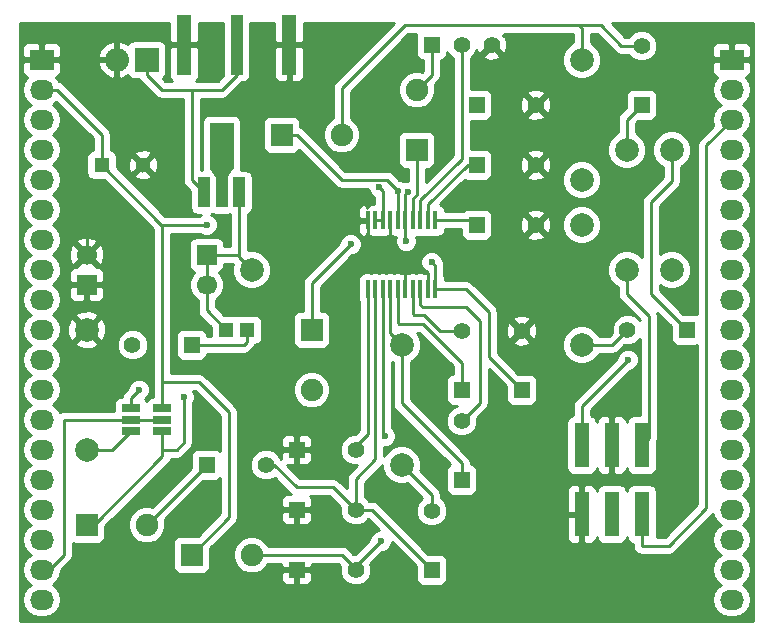
<source format=gbr>
G04 #@! TF.FileFunction,Copper,L1,Top,Signal*
%FSLAX46Y46*%
G04 Gerber Fmt 4.6, Leading zero omitted, Abs format (unit mm)*
G04 Created by KiCad (PCBNEW 4.0.4+e1-6308~48~ubuntu16.04.1-stable) date Tue Sep  6 14:07:25 2016*
%MOMM*%
%LPD*%
G01*
G04 APERTURE LIST*
%ADD10C,0.100000*%
%ADD11R,1.560000X0.650000*%
%ADD12C,1.300000*%
%ADD13R,1.300000X1.300000*%
%ADD14R,1.400000X1.400000*%
%ADD15C,1.400000*%
%ADD16C,1.699260*%
%ADD17R,1.699260X1.699260*%
%ADD18R,1.270000X1.270000*%
%ADD19R,1.905000X1.905000*%
%ADD20C,1.905000*%
%ADD21R,2.032000X2.032000*%
%ADD22O,2.032000X2.032000*%
%ADD23C,1.998980*%
%ADD24R,1.397000X1.397000*%
%ADD25C,1.397000*%
%ADD26R,1.000760X2.501900*%
%ADD27R,1.998980X4.000500*%
%ADD28C,2.000000*%
%ADD29R,0.400000X1.500000*%
%ADD30R,1.270000X5.080000*%
%ADD31R,1.016000X5.080000*%
%ADD32R,2.032000X1.727200*%
%ADD33O,2.032000X1.727200*%
%ADD34R,1.270000X3.810000*%
%ADD35C,0.600000*%
%ADD36C,0.250000*%
%ADD37C,0.254000*%
G04 APERTURE END LIST*
D10*
D11*
X54530000Y-117160000D03*
X54530000Y-118110000D03*
X54530000Y-119060000D03*
X57230000Y-119060000D03*
X57230000Y-117160000D03*
X57230000Y-118110000D03*
D12*
X55570000Y-96520000D03*
D13*
X52070000Y-96520000D03*
D14*
X60960000Y-121920000D03*
D15*
X65960000Y-121920000D03*
D14*
X68580000Y-125730000D03*
D15*
X73580000Y-125730000D03*
D14*
X80010000Y-130810000D03*
D15*
X80010000Y-125810000D03*
D14*
X82550000Y-123190000D03*
D15*
X82550000Y-118190000D03*
D14*
X59690000Y-111760000D03*
D15*
X54690000Y-111760000D03*
D14*
X68580000Y-130810000D03*
D15*
X73580000Y-130810000D03*
D14*
X82550000Y-115570000D03*
D15*
X82550000Y-110570000D03*
D14*
X68580000Y-120650000D03*
D15*
X73580000Y-120650000D03*
D14*
X87630000Y-115570000D03*
D15*
X87630000Y-110570000D03*
D14*
X83820000Y-101600000D03*
D15*
X88820000Y-101600000D03*
D14*
X83820000Y-96520000D03*
D15*
X88820000Y-96520000D03*
D14*
X83820000Y-91440000D03*
D15*
X88820000Y-91440000D03*
D14*
X97790000Y-91440000D03*
D15*
X97790000Y-86440000D03*
D14*
X101600000Y-110490000D03*
D15*
X96600000Y-110490000D03*
D16*
X50799480Y-104142540D03*
D17*
X60959480Y-104142540D03*
D16*
X60960520Y-106677460D03*
D17*
X50800520Y-106677460D03*
D18*
X62611000Y-110490000D03*
X64389000Y-110490000D03*
D19*
X50800000Y-127000000D03*
D20*
X55880000Y-127000000D03*
D19*
X59690000Y-129540000D03*
D20*
X64770000Y-129540000D03*
D19*
X67310000Y-93980000D03*
D20*
X72390000Y-93980000D03*
D19*
X69850000Y-110490000D03*
D20*
X69850000Y-115570000D03*
D19*
X78740000Y-95250000D03*
D20*
X78740000Y-90170000D03*
D21*
X55880000Y-87630000D03*
D22*
X53340000Y-87630000D03*
D23*
X77470000Y-121920000D03*
X77470000Y-111760000D03*
X50800000Y-120650000D03*
X50800000Y-110490000D03*
X92710000Y-87630000D03*
X92710000Y-97790000D03*
X92710000Y-111760000D03*
X92710000Y-101600000D03*
X96520000Y-105410000D03*
X96520000Y-95250000D03*
X100330000Y-105410000D03*
X100330000Y-95250000D03*
D24*
X80010000Y-86360000D03*
D25*
X82550000Y-86360000D03*
X85090000Y-86360000D03*
D26*
X60728860Y-98872040D03*
X62230000Y-98872040D03*
X63731140Y-98872040D03*
D27*
X62230000Y-94919800D03*
D10*
G36*
X63230760Y-96894650D02*
X62730380Y-97643950D01*
X61729620Y-97643950D01*
X61229240Y-96894650D01*
X63230760Y-96894650D01*
X63230760Y-96894650D01*
G37*
D28*
X64770000Y-105410000D03*
D29*
X74612500Y-107040000D03*
X75247500Y-107040000D03*
X75882500Y-107040000D03*
X76517500Y-107040000D03*
X77152500Y-107040000D03*
X77787500Y-107040000D03*
X78422500Y-107040000D03*
X79057500Y-107040000D03*
X79692500Y-107040000D03*
X80327500Y-107040000D03*
X80327500Y-101240000D03*
X79692500Y-101240000D03*
X79057500Y-101240000D03*
X78422500Y-101240000D03*
X77787500Y-101240000D03*
X77152500Y-101240000D03*
X76517500Y-101240000D03*
X75882500Y-101240000D03*
X75247500Y-101240000D03*
X74612500Y-101240000D03*
D30*
X59055000Y-86360000D03*
X67945000Y-86360000D03*
D31*
X63500000Y-86360000D03*
D32*
X46990000Y-87630000D03*
D33*
X46990000Y-90170000D03*
X46990000Y-92710000D03*
X46990000Y-95250000D03*
X46990000Y-97790000D03*
X46990000Y-100330000D03*
X46990000Y-102870000D03*
X46990000Y-105410000D03*
X46990000Y-107950000D03*
X46990000Y-110490000D03*
X46990000Y-113030000D03*
X46990000Y-115570000D03*
X46990000Y-118110000D03*
X46990000Y-120650000D03*
X46990000Y-123190000D03*
X46990000Y-125730000D03*
X46990000Y-128270000D03*
X46990000Y-130810000D03*
X46990000Y-133350000D03*
D32*
X105410000Y-87630000D03*
D33*
X105410000Y-90170000D03*
X105410000Y-92710000D03*
X105410000Y-95250000D03*
X105410000Y-97790000D03*
X105410000Y-100330000D03*
X105410000Y-102870000D03*
X105410000Y-105410000D03*
X105410000Y-107950000D03*
X105410000Y-110490000D03*
X105410000Y-113030000D03*
X105410000Y-115570000D03*
X105410000Y-118110000D03*
X105410000Y-120650000D03*
X105410000Y-123190000D03*
X105410000Y-125730000D03*
X105410000Y-128270000D03*
X105410000Y-130810000D03*
X105410000Y-133350000D03*
D34*
X97790000Y-120269000D03*
X95250000Y-120269000D03*
X92710000Y-120269000D03*
X97790000Y-126111000D03*
X95250000Y-126111000D03*
X92710000Y-126111000D03*
D35*
X55245000Y-115570000D03*
X59055000Y-116205000D03*
X75565000Y-98425000D03*
X60960000Y-101600000D03*
X52324000Y-100838000D03*
X76073000Y-119507000D03*
X75692000Y-128397000D03*
X80010000Y-104775000D03*
X77152500Y-98742500D03*
X77978000Y-98806000D03*
X77851000Y-102997000D03*
X73152000Y-103251000D03*
X96647000Y-113030000D03*
D36*
X57230000Y-120650000D02*
X58420000Y-120650000D01*
X54530000Y-116285000D02*
X54530000Y-117160000D01*
X55245000Y-115570000D02*
X54530000Y-116285000D01*
X59055000Y-120015000D02*
X59055000Y-116205000D01*
X58420000Y-120650000D02*
X59055000Y-120015000D01*
X50800000Y-127000000D02*
X51435000Y-127000000D01*
X51435000Y-127000000D02*
X57230000Y-121205000D01*
X57230000Y-121205000D02*
X57230000Y-120650000D01*
X57230000Y-120650000D02*
X57230000Y-119060000D01*
X54530000Y-118110000D02*
X48895000Y-118110000D01*
X48895000Y-129540000D02*
X47625000Y-130810000D01*
X48895000Y-118110000D02*
X48895000Y-129540000D01*
X47625000Y-130810000D02*
X46990000Y-130810000D01*
X57230000Y-118110000D02*
X54530000Y-118110000D01*
X50800000Y-120650000D02*
X52940000Y-120650000D01*
X52940000Y-120650000D02*
X54530000Y-119060000D01*
X80010000Y-86360000D02*
X80010000Y-88900000D01*
X80010000Y-88900000D02*
X78740000Y-90170000D01*
X75882500Y-101240000D02*
X75247500Y-101240000D01*
X57230000Y-101600000D02*
X60960000Y-101600000D01*
X75882500Y-98742500D02*
X75882500Y-101240000D01*
X75565000Y-98425000D02*
X75882500Y-98742500D01*
X57230000Y-114935000D02*
X60325000Y-114935000D01*
X62865000Y-126365000D02*
X59690000Y-129540000D01*
X62865000Y-117475000D02*
X62865000Y-126365000D01*
X60325000Y-114935000D02*
X62865000Y-117475000D01*
X57230000Y-117160000D02*
X57230000Y-114935000D01*
X57230000Y-114935000D02*
X57230000Y-101600000D01*
X57230000Y-101600000D02*
X57230000Y-101680000D01*
X57230000Y-101680000D02*
X52070000Y-96520000D01*
X46990000Y-90170000D02*
X48260000Y-90170000D01*
X52070000Y-93980000D02*
X52070000Y-96520000D01*
X48260000Y-90170000D02*
X52070000Y-93980000D01*
X50799480Y-104142540D02*
X50799480Y-102362520D01*
X50799480Y-102362520D02*
X52324000Y-100838000D01*
X76517500Y-101240000D02*
X76517500Y-103886000D01*
X76517500Y-103886000D02*
X76581000Y-103886000D01*
X77787500Y-107040000D02*
X77787500Y-103886000D01*
X77787500Y-103886000D02*
X77724000Y-103886000D01*
X74612500Y-101240000D02*
X74612500Y-103949500D01*
X79692500Y-105727500D02*
X79692500Y-107040000D01*
X77851000Y-103886000D02*
X79692500Y-105727500D01*
X74676000Y-103886000D02*
X76581000Y-103886000D01*
X76581000Y-103886000D02*
X77724000Y-103886000D01*
X77724000Y-103886000D02*
X77851000Y-103886000D01*
X74612500Y-103949500D02*
X74676000Y-103886000D01*
X55880000Y-127000000D02*
X60960000Y-121920000D01*
X73580000Y-125730000D02*
X73580000Y-123143000D01*
X75247500Y-121475500D02*
X75247500Y-107040000D01*
X73580000Y-123143000D02*
X75247500Y-121475500D01*
X73580000Y-125730000D02*
X74930000Y-125730000D01*
X74930000Y-125730000D02*
X80010000Y-130810000D01*
X65960000Y-121920000D02*
X66675000Y-121920000D01*
X71675000Y-123825000D02*
X73580000Y-125730000D01*
X68580000Y-123825000D02*
X71675000Y-123825000D01*
X66675000Y-121920000D02*
X68580000Y-123825000D01*
X80010000Y-125810000D02*
X80010000Y-124460000D01*
X80010000Y-124460000D02*
X77470000Y-121920000D01*
X77470000Y-111760000D02*
X77470000Y-116713000D01*
X82550000Y-121793000D02*
X82550000Y-123190000D01*
X77470000Y-116713000D02*
X82550000Y-121793000D01*
X76517500Y-107040000D02*
X76517500Y-110807500D01*
X76517500Y-110807500D02*
X77470000Y-111760000D01*
X79057500Y-107040000D02*
X79057500Y-108394500D01*
X84074000Y-116666000D02*
X82550000Y-118190000D01*
X84074000Y-109728000D02*
X84074000Y-116666000D01*
X82931000Y-108585000D02*
X84074000Y-109728000D01*
X79248000Y-108585000D02*
X82931000Y-108585000D01*
X79057500Y-108394500D02*
X79248000Y-108585000D01*
X59690000Y-111760000D02*
X64135000Y-111760000D01*
X64389000Y-111506000D02*
X64389000Y-110490000D01*
X64135000Y-111760000D02*
X64389000Y-111506000D01*
X73580000Y-130810000D02*
X73580000Y-130509000D01*
X73580000Y-130509000D02*
X75692000Y-128397000D01*
X75882500Y-119316500D02*
X75882500Y-107040000D01*
X76073000Y-119507000D02*
X75882500Y-119316500D01*
X64770000Y-129540000D02*
X72390000Y-129540000D01*
X72390000Y-129540000D02*
X73580000Y-130730000D01*
X73580000Y-130730000D02*
X73580000Y-130810000D01*
X82550000Y-115570000D02*
X82550000Y-113284000D01*
X77152500Y-109918500D02*
X77152500Y-107040000D01*
X77216000Y-109982000D02*
X77152500Y-109918500D01*
X79248000Y-109982000D02*
X77216000Y-109982000D01*
X82550000Y-113284000D02*
X79248000Y-109982000D01*
X82550000Y-110570000D02*
X80725000Y-110570000D01*
X78422500Y-109156500D02*
X78422500Y-107040000D01*
X78486000Y-109220000D02*
X78422500Y-109156500D01*
X79375000Y-109220000D02*
X78486000Y-109220000D01*
X80725000Y-110570000D02*
X79375000Y-109220000D01*
X73580000Y-120650000D02*
X73580000Y-120349000D01*
X73580000Y-120349000D02*
X74612500Y-119316500D01*
X74612500Y-119316500D02*
X74612500Y-107040000D01*
X80327500Y-107040000D02*
X82910000Y-107040000D01*
X84836000Y-112776000D02*
X87630000Y-115570000D01*
X84836000Y-108966000D02*
X84836000Y-112776000D01*
X82910000Y-107040000D02*
X84836000Y-108966000D01*
X80327500Y-105092500D02*
X80327500Y-107040000D01*
X80010000Y-104775000D02*
X80327500Y-105092500D01*
X80327500Y-101240000D02*
X83460000Y-101240000D01*
X83460000Y-101240000D02*
X83820000Y-101600000D01*
X79692500Y-101240000D02*
X79692500Y-99885500D01*
X83058000Y-96520000D02*
X83820000Y-96520000D01*
X79692500Y-99885500D02*
X83058000Y-96520000D01*
X78740000Y-95250000D02*
X78740000Y-99060000D01*
X78422500Y-99377500D02*
X78422500Y-101240000D01*
X78740000Y-99060000D02*
X78422500Y-99377500D01*
X96520000Y-95250000D02*
X96520000Y-92710000D01*
X96520000Y-92710000D02*
X97790000Y-91440000D01*
X92710000Y-87630000D02*
X92710000Y-84963000D01*
X92456000Y-84709000D02*
X92583000Y-84709000D01*
X92710000Y-84963000D02*
X92456000Y-84709000D01*
X97790000Y-86440000D02*
X96092000Y-86440000D01*
X72390000Y-90043000D02*
X72390000Y-93980000D01*
X77724000Y-84709000D02*
X72390000Y-90043000D01*
X94361000Y-84709000D02*
X92583000Y-84709000D01*
X92583000Y-84709000D02*
X77724000Y-84709000D01*
X96092000Y-86440000D02*
X94361000Y-84709000D01*
X100330000Y-95250000D02*
X100330000Y-97917000D01*
X98552000Y-107442000D02*
X101600000Y-110490000D01*
X98552000Y-99695000D02*
X98552000Y-107442000D01*
X100330000Y-97917000D02*
X98552000Y-99695000D01*
X92710000Y-111760000D02*
X95330000Y-111760000D01*
X95330000Y-111760000D02*
X96600000Y-110490000D01*
X60960520Y-106677460D02*
X60960520Y-108839520D01*
X60960520Y-108839520D02*
X62611000Y-110490000D01*
X60959480Y-104142540D02*
X60959480Y-106676420D01*
X60959480Y-106676420D02*
X60960520Y-106677460D01*
X63731140Y-104140000D02*
X60962020Y-104140000D01*
X60962020Y-104140000D02*
X60959480Y-104142540D01*
X63731140Y-98872040D02*
X63731140Y-104140000D01*
X63731140Y-104140000D02*
X63731140Y-104371140D01*
X63731140Y-104371140D02*
X64770000Y-105410000D01*
X77152500Y-101240000D02*
X77152500Y-98742500D01*
X67310000Y-93980000D02*
X68580000Y-93980000D01*
X76200000Y-97790000D02*
X77152500Y-98742500D01*
X72390000Y-97790000D02*
X76200000Y-97790000D01*
X68580000Y-93980000D02*
X72390000Y-97790000D01*
X77787500Y-101240000D02*
X77787500Y-98996500D01*
X77787500Y-98996500D02*
X77978000Y-98806000D01*
X69850000Y-110490000D02*
X69850000Y-106553000D01*
X77787500Y-102933500D02*
X77787500Y-101240000D01*
X77851000Y-102997000D02*
X77787500Y-102933500D01*
X69850000Y-106553000D02*
X73152000Y-103251000D01*
X60728860Y-98872040D02*
X60728860Y-98828860D01*
X60728860Y-98828860D02*
X59690000Y-97790000D01*
X59690000Y-97790000D02*
X59690000Y-90170000D01*
X55880000Y-87630000D02*
X55880000Y-88900000D01*
X62230000Y-90170000D02*
X63500000Y-88900000D01*
X57150000Y-90170000D02*
X59690000Y-90170000D01*
X59690000Y-90170000D02*
X62230000Y-90170000D01*
X55880000Y-88900000D02*
X57150000Y-90170000D01*
X63500000Y-88900000D02*
X63500000Y-86360000D01*
X97790000Y-126111000D02*
X97790000Y-128778000D01*
X103251000Y-94869000D02*
X105410000Y-92710000D01*
X103251000Y-125603000D02*
X103251000Y-94869000D01*
X100076000Y-128778000D02*
X103251000Y-125603000D01*
X97790000Y-128778000D02*
X100076000Y-128778000D01*
X105410000Y-92710000D02*
X105410000Y-92837000D01*
X96520000Y-105410000D02*
X96520000Y-107442000D01*
X98425000Y-109347000D02*
X98425000Y-119634000D01*
X96520000Y-107442000D02*
X98425000Y-109347000D01*
X98425000Y-119634000D02*
X97790000Y-120269000D01*
X92710000Y-120269000D02*
X92710000Y-116967000D01*
X92710000Y-116967000D02*
X96647000Y-113030000D01*
X79057500Y-101240000D02*
X79057500Y-99504500D01*
X82550000Y-96012000D02*
X82550000Y-86360000D01*
X79057500Y-99504500D02*
X82550000Y-96012000D01*
X62230000Y-98872040D02*
X62230000Y-94919800D01*
D37*
G36*
X57785000Y-86074250D02*
X57943750Y-86233000D01*
X58928000Y-86233000D01*
X58928000Y-86213000D01*
X59182000Y-86213000D01*
X59182000Y-86233000D01*
X60166250Y-86233000D01*
X60325000Y-86074250D01*
X60325000Y-84530000D01*
X62344560Y-84530000D01*
X62344560Y-88900000D01*
X62357330Y-88967868D01*
X61915198Y-89410000D01*
X60078025Y-89410000D01*
X60228327Y-89259699D01*
X60325000Y-89026310D01*
X60325000Y-86645750D01*
X60166250Y-86487000D01*
X59182000Y-86487000D01*
X59182000Y-86507000D01*
X58928000Y-86507000D01*
X58928000Y-86487000D01*
X57943750Y-86487000D01*
X57785000Y-86645750D01*
X57785000Y-89026310D01*
X57881673Y-89259699D01*
X58031975Y-89410000D01*
X57464802Y-89410000D01*
X57236366Y-89181564D01*
X57347441Y-89110090D01*
X57492431Y-88897890D01*
X57543440Y-88646000D01*
X57543440Y-86614000D01*
X57499162Y-86378683D01*
X57360090Y-86162559D01*
X57147890Y-86017569D01*
X56896000Y-85966560D01*
X54864000Y-85966560D01*
X54628683Y-86010838D01*
X54412559Y-86149910D01*
X54312144Y-86296872D01*
X54308379Y-86292812D01*
X53722946Y-86024017D01*
X53467000Y-86142633D01*
X53467000Y-87503000D01*
X53487000Y-87503000D01*
X53487000Y-87757000D01*
X53467000Y-87757000D01*
X53467000Y-89117367D01*
X53722946Y-89235983D01*
X54308379Y-88967188D01*
X54312934Y-88962276D01*
X54399910Y-89097441D01*
X54612110Y-89242431D01*
X54864000Y-89293440D01*
X55246408Y-89293440D01*
X55342599Y-89437401D01*
X56612599Y-90707401D01*
X56859160Y-90872148D01*
X57150000Y-90930000D01*
X58930000Y-90930000D01*
X58930000Y-97790000D01*
X58987852Y-98080839D01*
X59152599Y-98327401D01*
X59581040Y-98755842D01*
X59581040Y-100122990D01*
X59625318Y-100358307D01*
X59764390Y-100574431D01*
X59976590Y-100719421D01*
X60228480Y-100770430D01*
X60519280Y-100770430D01*
X60431057Y-100806883D01*
X60397882Y-100840000D01*
X57464802Y-100840000D01*
X54043818Y-97419016D01*
X54850590Y-97419016D01*
X54906271Y-97649611D01*
X55389078Y-97817622D01*
X55899428Y-97788083D01*
X56233729Y-97649611D01*
X56289410Y-97419016D01*
X55570000Y-96699605D01*
X54850590Y-97419016D01*
X54043818Y-97419016D01*
X53367440Y-96742638D01*
X53367440Y-96339078D01*
X54272378Y-96339078D01*
X54301917Y-96849428D01*
X54440389Y-97183729D01*
X54670984Y-97239410D01*
X55390395Y-96520000D01*
X55749605Y-96520000D01*
X56469016Y-97239410D01*
X56699611Y-97183729D01*
X56867622Y-96700922D01*
X56838083Y-96190572D01*
X56699611Y-95856271D01*
X56469016Y-95800590D01*
X55749605Y-96520000D01*
X55390395Y-96520000D01*
X54670984Y-95800590D01*
X54440389Y-95856271D01*
X54272378Y-96339078D01*
X53367440Y-96339078D01*
X53367440Y-95870000D01*
X53323162Y-95634683D01*
X53314347Y-95620984D01*
X54850590Y-95620984D01*
X55570000Y-96340395D01*
X56289410Y-95620984D01*
X56233729Y-95390389D01*
X55750922Y-95222378D01*
X55240572Y-95251917D01*
X54906271Y-95390389D01*
X54850590Y-95620984D01*
X53314347Y-95620984D01*
X53184090Y-95418559D01*
X52971890Y-95273569D01*
X52830000Y-95244836D01*
X52830000Y-93980000D01*
X52772148Y-93689161D01*
X52607401Y-93442599D01*
X48797401Y-89632599D01*
X48550839Y-89467852D01*
X48461419Y-89450065D01*
X48234415Y-89110330D01*
X48212220Y-89095500D01*
X48365699Y-89031927D01*
X48544327Y-88853298D01*
X48641000Y-88619909D01*
X48641000Y-88012944D01*
X51734025Y-88012944D01*
X51933615Y-88494818D01*
X52371621Y-88967188D01*
X52957054Y-89235983D01*
X53213000Y-89117367D01*
X53213000Y-87757000D01*
X51853164Y-87757000D01*
X51734025Y-88012944D01*
X48641000Y-88012944D01*
X48641000Y-87915750D01*
X48482250Y-87757000D01*
X47117000Y-87757000D01*
X47117000Y-87777000D01*
X46863000Y-87777000D01*
X46863000Y-87757000D01*
X45497750Y-87757000D01*
X45339000Y-87915750D01*
X45339000Y-88619909D01*
X45435673Y-88853298D01*
X45614301Y-89031927D01*
X45767780Y-89095500D01*
X45745585Y-89110330D01*
X45420729Y-89596511D01*
X45306655Y-90170000D01*
X45420729Y-90743489D01*
X45745585Y-91229670D01*
X46060366Y-91440000D01*
X45745585Y-91650330D01*
X45420729Y-92136511D01*
X45306655Y-92710000D01*
X45420729Y-93283489D01*
X45745585Y-93769670D01*
X46060366Y-93980000D01*
X45745585Y-94190330D01*
X45420729Y-94676511D01*
X45306655Y-95250000D01*
X45420729Y-95823489D01*
X45745585Y-96309670D01*
X46060366Y-96520000D01*
X45745585Y-96730330D01*
X45420729Y-97216511D01*
X45306655Y-97790000D01*
X45420729Y-98363489D01*
X45745585Y-98849670D01*
X46060366Y-99060000D01*
X45745585Y-99270330D01*
X45420729Y-99756511D01*
X45306655Y-100330000D01*
X45420729Y-100903489D01*
X45745585Y-101389670D01*
X46060366Y-101600000D01*
X45745585Y-101810330D01*
X45420729Y-102296511D01*
X45306655Y-102870000D01*
X45420729Y-103443489D01*
X45745585Y-103929670D01*
X46060366Y-104140000D01*
X45745585Y-104350330D01*
X45420729Y-104836511D01*
X45306655Y-105410000D01*
X45420729Y-105983489D01*
X45745585Y-106469670D01*
X46060366Y-106680000D01*
X45745585Y-106890330D01*
X45420729Y-107376511D01*
X45306655Y-107950000D01*
X45420729Y-108523489D01*
X45745585Y-109009670D01*
X46060366Y-109220000D01*
X45745585Y-109430330D01*
X45420729Y-109916511D01*
X45306655Y-110490000D01*
X45420729Y-111063489D01*
X45745585Y-111549670D01*
X46060366Y-111760000D01*
X45745585Y-111970330D01*
X45420729Y-112456511D01*
X45306655Y-113030000D01*
X45420729Y-113603489D01*
X45745585Y-114089670D01*
X46060366Y-114300000D01*
X45745585Y-114510330D01*
X45420729Y-114996511D01*
X45306655Y-115570000D01*
X45420729Y-116143489D01*
X45745585Y-116629670D01*
X46060366Y-116840000D01*
X45745585Y-117050330D01*
X45420729Y-117536511D01*
X45306655Y-118110000D01*
X45420729Y-118683489D01*
X45745585Y-119169670D01*
X46060366Y-119380000D01*
X45745585Y-119590330D01*
X45420729Y-120076511D01*
X45306655Y-120650000D01*
X45420729Y-121223489D01*
X45745585Y-121709670D01*
X46060366Y-121920000D01*
X45745585Y-122130330D01*
X45420729Y-122616511D01*
X45306655Y-123190000D01*
X45420729Y-123763489D01*
X45745585Y-124249670D01*
X46060366Y-124460000D01*
X45745585Y-124670330D01*
X45420729Y-125156511D01*
X45306655Y-125730000D01*
X45420729Y-126303489D01*
X45745585Y-126789670D01*
X46060366Y-127000000D01*
X45745585Y-127210330D01*
X45420729Y-127696511D01*
X45306655Y-128270000D01*
X45420729Y-128843489D01*
X45745585Y-129329670D01*
X46060366Y-129540000D01*
X45745585Y-129750330D01*
X45420729Y-130236511D01*
X45306655Y-130810000D01*
X45420729Y-131383489D01*
X45745585Y-131869670D01*
X46060366Y-132080000D01*
X45745585Y-132290330D01*
X45420729Y-132776511D01*
X45306655Y-133350000D01*
X45420729Y-133923489D01*
X45745585Y-134409670D01*
X46231766Y-134734526D01*
X46805255Y-134848600D01*
X47174745Y-134848600D01*
X47748234Y-134734526D01*
X48234415Y-134409670D01*
X48559271Y-133923489D01*
X48673345Y-133350000D01*
X48559271Y-132776511D01*
X48234415Y-132290330D01*
X47919634Y-132080000D01*
X48234415Y-131869670D01*
X48559271Y-131383489D01*
X48666776Y-130843026D01*
X49432401Y-130077401D01*
X49597148Y-129830840D01*
X49655000Y-129540000D01*
X49655000Y-128560958D01*
X49847500Y-128599940D01*
X51752500Y-128599940D01*
X51987817Y-128555662D01*
X52203941Y-128416590D01*
X52348931Y-128204390D01*
X52399940Y-127952500D01*
X52399940Y-127109862D01*
X57767401Y-121742401D01*
X57932148Y-121495839D01*
X57949223Y-121410000D01*
X58420000Y-121410000D01*
X58710839Y-121352148D01*
X58957401Y-121187401D01*
X59592401Y-120552401D01*
X59757148Y-120305839D01*
X59815000Y-120015000D01*
X59815000Y-116767463D01*
X59847192Y-116735327D01*
X59989838Y-116391799D01*
X59990162Y-116019833D01*
X59855944Y-115695000D01*
X60010198Y-115695000D01*
X62105000Y-117789802D01*
X62105000Y-120755515D01*
X61911890Y-120623569D01*
X61660000Y-120572560D01*
X60260000Y-120572560D01*
X60024683Y-120616838D01*
X59808559Y-120755910D01*
X59663569Y-120968110D01*
X59612560Y-121220000D01*
X59612560Y-122192638D01*
X56335131Y-125470067D01*
X56197159Y-125412776D01*
X55565612Y-125412225D01*
X54981928Y-125653398D01*
X54534968Y-126099579D01*
X54292776Y-126682841D01*
X54292225Y-127314388D01*
X54533398Y-127898072D01*
X54979579Y-128345032D01*
X55562841Y-128587224D01*
X56194388Y-128587775D01*
X56778072Y-128346602D01*
X57225032Y-127900421D01*
X57467224Y-127317159D01*
X57467775Y-126685612D01*
X57409712Y-126545090D01*
X60687362Y-123267440D01*
X61660000Y-123267440D01*
X61895317Y-123223162D01*
X62105000Y-123088235D01*
X62105000Y-126050198D01*
X60215138Y-127940060D01*
X58737500Y-127940060D01*
X58502183Y-127984338D01*
X58286059Y-128123410D01*
X58141069Y-128335610D01*
X58090060Y-128587500D01*
X58090060Y-130492500D01*
X58134338Y-130727817D01*
X58273410Y-130943941D01*
X58485610Y-131088931D01*
X58737500Y-131139940D01*
X60642500Y-131139940D01*
X60877817Y-131095662D01*
X61093941Y-130956590D01*
X61238931Y-130744390D01*
X61289940Y-130492500D01*
X61289940Y-129854388D01*
X63182225Y-129854388D01*
X63423398Y-130438072D01*
X63869579Y-130885032D01*
X64452841Y-131127224D01*
X65084388Y-131127775D01*
X65161894Y-131095750D01*
X67245000Y-131095750D01*
X67245000Y-131636310D01*
X67341673Y-131869699D01*
X67520302Y-132048327D01*
X67753691Y-132145000D01*
X68294250Y-132145000D01*
X68453000Y-131986250D01*
X68453000Y-130937000D01*
X68707000Y-130937000D01*
X68707000Y-131986250D01*
X68865750Y-132145000D01*
X69406309Y-132145000D01*
X69639698Y-132048327D01*
X69818327Y-131869699D01*
X69915000Y-131636310D01*
X69915000Y-131095750D01*
X69756250Y-130937000D01*
X68707000Y-130937000D01*
X68453000Y-130937000D01*
X67403750Y-130937000D01*
X67245000Y-131095750D01*
X65161894Y-131095750D01*
X65668072Y-130886602D01*
X66115032Y-130440421D01*
X66173340Y-130300000D01*
X67245000Y-130300000D01*
X67245000Y-130524250D01*
X67403750Y-130683000D01*
X68453000Y-130683000D01*
X68453000Y-130663000D01*
X68707000Y-130663000D01*
X68707000Y-130683000D01*
X69756250Y-130683000D01*
X69915000Y-130524250D01*
X69915000Y-130300000D01*
X72075198Y-130300000D01*
X72266725Y-130491527D01*
X72245232Y-130543287D01*
X72244769Y-131074383D01*
X72447582Y-131565229D01*
X72822796Y-131941098D01*
X73313287Y-132144768D01*
X73844383Y-132145231D01*
X74335229Y-131942418D01*
X74711098Y-131567204D01*
X74914768Y-131076713D01*
X74915231Y-130545617D01*
X74828380Y-130335422D01*
X75831680Y-129332122D01*
X75877167Y-129332162D01*
X76220943Y-129190117D01*
X76484192Y-128927327D01*
X76626838Y-128583799D01*
X76626910Y-128501712D01*
X78662560Y-130537362D01*
X78662560Y-131510000D01*
X78706838Y-131745317D01*
X78845910Y-131961441D01*
X79058110Y-132106431D01*
X79310000Y-132157440D01*
X80710000Y-132157440D01*
X80945317Y-132113162D01*
X81161441Y-131974090D01*
X81306431Y-131761890D01*
X81357440Y-131510000D01*
X81357440Y-130110000D01*
X81313162Y-129874683D01*
X81174090Y-129658559D01*
X80961890Y-129513569D01*
X80710000Y-129462560D01*
X79737362Y-129462560D01*
X75467401Y-125192599D01*
X75220839Y-125027852D01*
X74930000Y-124970000D01*
X74707655Y-124970000D01*
X74340000Y-124601703D01*
X74340000Y-123457802D01*
X75784901Y-122012901D01*
X75835494Y-121937183D01*
X75835226Y-122243694D01*
X76083538Y-122844655D01*
X76542927Y-123304846D01*
X77143453Y-123554206D01*
X77793694Y-123554774D01*
X77960889Y-123485691D01*
X79203731Y-124728533D01*
X78878902Y-125052796D01*
X78675232Y-125543287D01*
X78674769Y-126074383D01*
X78877582Y-126565229D01*
X79252796Y-126941098D01*
X79743287Y-127144768D01*
X80274383Y-127145231D01*
X80765229Y-126942418D01*
X81141098Y-126567204D01*
X81211876Y-126396750D01*
X91440000Y-126396750D01*
X91440000Y-128142309D01*
X91536673Y-128375698D01*
X91715301Y-128554327D01*
X91948690Y-128651000D01*
X92424250Y-128651000D01*
X92583000Y-128492250D01*
X92583000Y-126238000D01*
X91598750Y-126238000D01*
X91440000Y-126396750D01*
X81211876Y-126396750D01*
X81344768Y-126076713D01*
X81345231Y-125545617D01*
X81142418Y-125054771D01*
X80770000Y-124681703D01*
X80770000Y-124460000D01*
X80712148Y-124169161D01*
X80712148Y-124169160D01*
X80547401Y-123922599D01*
X79035885Y-122411083D01*
X79104206Y-122246547D01*
X79104774Y-121596306D01*
X78856462Y-120995345D01*
X78397073Y-120535154D01*
X77796547Y-120285794D01*
X77146306Y-120285226D01*
X76545345Y-120533538D01*
X76085154Y-120992927D01*
X76007500Y-121179939D01*
X76007500Y-120441944D01*
X76258167Y-120442162D01*
X76601943Y-120300117D01*
X76865192Y-120037327D01*
X77007838Y-119693799D01*
X77008162Y-119321833D01*
X76866117Y-118978057D01*
X76642500Y-118754049D01*
X76642500Y-113186192D01*
X76710000Y-113214221D01*
X76710000Y-116713000D01*
X76767852Y-117003839D01*
X76932599Y-117250401D01*
X81586908Y-121904710D01*
X81398559Y-122025910D01*
X81253569Y-122238110D01*
X81202560Y-122490000D01*
X81202560Y-123890000D01*
X81246838Y-124125317D01*
X81385910Y-124341441D01*
X81598110Y-124486431D01*
X81850000Y-124537440D01*
X83250000Y-124537440D01*
X83485317Y-124493162D01*
X83701441Y-124354090D01*
X83846431Y-124141890D01*
X83859026Y-124079691D01*
X91440000Y-124079691D01*
X91440000Y-125825250D01*
X91598750Y-125984000D01*
X92583000Y-125984000D01*
X92583000Y-123729750D01*
X92424250Y-123571000D01*
X91948690Y-123571000D01*
X91715301Y-123667673D01*
X91536673Y-123846302D01*
X91440000Y-124079691D01*
X83859026Y-124079691D01*
X83897440Y-123890000D01*
X83897440Y-122490000D01*
X83853162Y-122254683D01*
X83714090Y-122038559D01*
X83501890Y-121893569D01*
X83310000Y-121854710D01*
X83310000Y-121793000D01*
X83252148Y-121502161D01*
X83087401Y-121255599D01*
X78230000Y-116398198D01*
X78230000Y-113214496D01*
X78394655Y-113146462D01*
X78854846Y-112687073D01*
X79104206Y-112086547D01*
X79104774Y-111436306D01*
X78856462Y-110835345D01*
X78763280Y-110742000D01*
X78933198Y-110742000D01*
X81790000Y-113598802D01*
X81790000Y-114233850D01*
X81614683Y-114266838D01*
X81398559Y-114405910D01*
X81253569Y-114618110D01*
X81202560Y-114870000D01*
X81202560Y-116270000D01*
X81246838Y-116505317D01*
X81385910Y-116721441D01*
X81598110Y-116866431D01*
X81850000Y-116917440D01*
X82133941Y-116917440D01*
X81794771Y-117057582D01*
X81418902Y-117432796D01*
X81215232Y-117923287D01*
X81214769Y-118454383D01*
X81417582Y-118945229D01*
X81792796Y-119321098D01*
X82283287Y-119524768D01*
X82814383Y-119525231D01*
X83305229Y-119322418D01*
X83681098Y-118947204D01*
X83884768Y-118456713D01*
X83884848Y-118364000D01*
X91427560Y-118364000D01*
X91427560Y-122174000D01*
X91471838Y-122409317D01*
X91610910Y-122625441D01*
X91823110Y-122770431D01*
X92075000Y-122821440D01*
X93345000Y-122821440D01*
X93580317Y-122777162D01*
X93796441Y-122638090D01*
X93941431Y-122425890D01*
X93980000Y-122235431D01*
X93980000Y-122300309D01*
X94076673Y-122533698D01*
X94255301Y-122712327D01*
X94488690Y-122809000D01*
X94964250Y-122809000D01*
X95123000Y-122650250D01*
X95123000Y-120396000D01*
X95103000Y-120396000D01*
X95103000Y-120142000D01*
X95123000Y-120142000D01*
X95123000Y-117887750D01*
X94964250Y-117729000D01*
X94488690Y-117729000D01*
X94255301Y-117825673D01*
X94076673Y-118004302D01*
X93980000Y-118237691D01*
X93980000Y-118297887D01*
X93948162Y-118128683D01*
X93809090Y-117912559D01*
X93596890Y-117767569D01*
X93470000Y-117741873D01*
X93470000Y-117281802D01*
X96786680Y-113965122D01*
X96832167Y-113965162D01*
X97175943Y-113823117D01*
X97439192Y-113560327D01*
X97581838Y-113216799D01*
X97582162Y-112844833D01*
X97440117Y-112501057D01*
X97177327Y-112237808D01*
X96833799Y-112095162D01*
X96461833Y-112094838D01*
X96118057Y-112236883D01*
X95854808Y-112499673D01*
X95712162Y-112843201D01*
X95712121Y-112890077D01*
X92172599Y-116429599D01*
X92007852Y-116676161D01*
X91950000Y-116967000D01*
X91950000Y-117740080D01*
X91839683Y-117760838D01*
X91623559Y-117899910D01*
X91478569Y-118112110D01*
X91427560Y-118364000D01*
X83884848Y-118364000D01*
X83885228Y-117929574D01*
X84611401Y-117203401D01*
X84776148Y-116956840D01*
X84785746Y-116908586D01*
X84834000Y-116666000D01*
X84834000Y-113848802D01*
X86282560Y-115297362D01*
X86282560Y-116270000D01*
X86326838Y-116505317D01*
X86465910Y-116721441D01*
X86678110Y-116866431D01*
X86930000Y-116917440D01*
X88330000Y-116917440D01*
X88565317Y-116873162D01*
X88781441Y-116734090D01*
X88926431Y-116521890D01*
X88977440Y-116270000D01*
X88977440Y-114870000D01*
X88933162Y-114634683D01*
X88794090Y-114418559D01*
X88581890Y-114273569D01*
X88330000Y-114222560D01*
X87357362Y-114222560D01*
X85596000Y-112461198D01*
X85596000Y-112083694D01*
X91075226Y-112083694D01*
X91323538Y-112684655D01*
X91782927Y-113144846D01*
X92383453Y-113394206D01*
X93033694Y-113394774D01*
X93634655Y-113146462D01*
X94094846Y-112687073D01*
X94164221Y-112520000D01*
X95330000Y-112520000D01*
X95620839Y-112462148D01*
X95867401Y-112297401D01*
X96340028Y-111824774D01*
X96864383Y-111825231D01*
X97355229Y-111622418D01*
X97665000Y-111313187D01*
X97665000Y-117716560D01*
X97155000Y-117716560D01*
X96919683Y-117760838D01*
X96703559Y-117899910D01*
X96558569Y-118112110D01*
X96520000Y-118302569D01*
X96520000Y-118237691D01*
X96423327Y-118004302D01*
X96244699Y-117825673D01*
X96011310Y-117729000D01*
X95535750Y-117729000D01*
X95377000Y-117887750D01*
X95377000Y-120142000D01*
X95397000Y-120142000D01*
X95397000Y-120396000D01*
X95377000Y-120396000D01*
X95377000Y-122650250D01*
X95535750Y-122809000D01*
X96011310Y-122809000D01*
X96244699Y-122712327D01*
X96423327Y-122533698D01*
X96520000Y-122300309D01*
X96520000Y-122240113D01*
X96551838Y-122409317D01*
X96690910Y-122625441D01*
X96903110Y-122770431D01*
X97155000Y-122821440D01*
X98425000Y-122821440D01*
X98660317Y-122777162D01*
X98876441Y-122638090D01*
X99021431Y-122425890D01*
X99072440Y-122174000D01*
X99072440Y-120006716D01*
X99127148Y-119924839D01*
X99185000Y-119634000D01*
X99185000Y-109347000D01*
X99136035Y-109100837D01*
X100252560Y-110217362D01*
X100252560Y-111190000D01*
X100296838Y-111425317D01*
X100435910Y-111641441D01*
X100648110Y-111786431D01*
X100900000Y-111837440D01*
X102300000Y-111837440D01*
X102491000Y-111801501D01*
X102491000Y-125288198D01*
X99761198Y-128018000D01*
X99072035Y-128018000D01*
X99072440Y-128016000D01*
X99072440Y-124206000D01*
X99028162Y-123970683D01*
X98889090Y-123754559D01*
X98676890Y-123609569D01*
X98425000Y-123558560D01*
X97155000Y-123558560D01*
X96919683Y-123602838D01*
X96703559Y-123741910D01*
X96558569Y-123954110D01*
X96520457Y-124142314D01*
X96488162Y-123970683D01*
X96349090Y-123754559D01*
X96136890Y-123609569D01*
X95885000Y-123558560D01*
X94615000Y-123558560D01*
X94379683Y-123602838D01*
X94163559Y-123741910D01*
X94018569Y-123954110D01*
X93980000Y-124144569D01*
X93980000Y-124079691D01*
X93883327Y-123846302D01*
X93704699Y-123667673D01*
X93471310Y-123571000D01*
X92995750Y-123571000D01*
X92837000Y-123729750D01*
X92837000Y-125984000D01*
X92857000Y-125984000D01*
X92857000Y-126238000D01*
X92837000Y-126238000D01*
X92837000Y-128492250D01*
X92995750Y-128651000D01*
X93471310Y-128651000D01*
X93704699Y-128554327D01*
X93883327Y-128375698D01*
X93980000Y-128142309D01*
X93980000Y-128082113D01*
X94011838Y-128251317D01*
X94150910Y-128467441D01*
X94363110Y-128612431D01*
X94615000Y-128663440D01*
X95885000Y-128663440D01*
X96120317Y-128619162D01*
X96336441Y-128480090D01*
X96481431Y-128267890D01*
X96519543Y-128079686D01*
X96551838Y-128251317D01*
X96690910Y-128467441D01*
X96903110Y-128612431D01*
X97030000Y-128638127D01*
X97030000Y-128778000D01*
X97087852Y-129068839D01*
X97252599Y-129315401D01*
X97499161Y-129480148D01*
X97790000Y-129538000D01*
X100076000Y-129538000D01*
X100366839Y-129480148D01*
X100613401Y-129315401D01*
X103788401Y-126140401D01*
X103803726Y-126117465D01*
X103840729Y-126303489D01*
X104165585Y-126789670D01*
X104480366Y-127000000D01*
X104165585Y-127210330D01*
X103840729Y-127696511D01*
X103726655Y-128270000D01*
X103840729Y-128843489D01*
X104165585Y-129329670D01*
X104480366Y-129540000D01*
X104165585Y-129750330D01*
X103840729Y-130236511D01*
X103726655Y-130810000D01*
X103840729Y-131383489D01*
X104165585Y-131869670D01*
X104480366Y-132080000D01*
X104165585Y-132290330D01*
X103840729Y-132776511D01*
X103726655Y-133350000D01*
X103840729Y-133923489D01*
X104165585Y-134409670D01*
X104651766Y-134734526D01*
X105225255Y-134848600D01*
X105594745Y-134848600D01*
X106168234Y-134734526D01*
X106654415Y-134409670D01*
X106979271Y-133923489D01*
X107093345Y-133350000D01*
X106979271Y-132776511D01*
X106654415Y-132290330D01*
X106339634Y-132080000D01*
X106654415Y-131869670D01*
X106979271Y-131383489D01*
X107093345Y-130810000D01*
X106979271Y-130236511D01*
X106654415Y-129750330D01*
X106339634Y-129540000D01*
X106654415Y-129329670D01*
X106979271Y-128843489D01*
X107093345Y-128270000D01*
X106979271Y-127696511D01*
X106654415Y-127210330D01*
X106339634Y-127000000D01*
X106654415Y-126789670D01*
X106979271Y-126303489D01*
X107093345Y-125730000D01*
X106979271Y-125156511D01*
X106654415Y-124670330D01*
X106339634Y-124460000D01*
X106654415Y-124249670D01*
X106979271Y-123763489D01*
X107093345Y-123190000D01*
X106979271Y-122616511D01*
X106654415Y-122130330D01*
X106339634Y-121920000D01*
X106654415Y-121709670D01*
X106979271Y-121223489D01*
X107093345Y-120650000D01*
X106979271Y-120076511D01*
X106654415Y-119590330D01*
X106339634Y-119380000D01*
X106654415Y-119169670D01*
X106979271Y-118683489D01*
X107093345Y-118110000D01*
X106979271Y-117536511D01*
X106654415Y-117050330D01*
X106339634Y-116840000D01*
X106654415Y-116629670D01*
X106979271Y-116143489D01*
X107093345Y-115570000D01*
X106979271Y-114996511D01*
X106654415Y-114510330D01*
X106339634Y-114300000D01*
X106654415Y-114089670D01*
X106979271Y-113603489D01*
X107093345Y-113030000D01*
X106979271Y-112456511D01*
X106654415Y-111970330D01*
X106339634Y-111760000D01*
X106654415Y-111549670D01*
X106979271Y-111063489D01*
X107093345Y-110490000D01*
X106979271Y-109916511D01*
X106654415Y-109430330D01*
X106339634Y-109220000D01*
X106654415Y-109009670D01*
X106979271Y-108523489D01*
X107093345Y-107950000D01*
X106979271Y-107376511D01*
X106654415Y-106890330D01*
X106339634Y-106680000D01*
X106654415Y-106469670D01*
X106979271Y-105983489D01*
X107093345Y-105410000D01*
X106979271Y-104836511D01*
X106654415Y-104350330D01*
X106339634Y-104140000D01*
X106654415Y-103929670D01*
X106979271Y-103443489D01*
X107093345Y-102870000D01*
X106979271Y-102296511D01*
X106654415Y-101810330D01*
X106339634Y-101600000D01*
X106654415Y-101389670D01*
X106979271Y-100903489D01*
X107093345Y-100330000D01*
X106979271Y-99756511D01*
X106654415Y-99270330D01*
X106339634Y-99060000D01*
X106654415Y-98849670D01*
X106979271Y-98363489D01*
X107093345Y-97790000D01*
X106979271Y-97216511D01*
X106654415Y-96730330D01*
X106339634Y-96520000D01*
X106654415Y-96309670D01*
X106979271Y-95823489D01*
X107093345Y-95250000D01*
X106979271Y-94676511D01*
X106654415Y-94190330D01*
X106339634Y-93980000D01*
X106654415Y-93769670D01*
X106979271Y-93283489D01*
X107093345Y-92710000D01*
X106979271Y-92136511D01*
X106654415Y-91650330D01*
X106339634Y-91440000D01*
X106654415Y-91229670D01*
X106979271Y-90743489D01*
X107093345Y-90170000D01*
X106979271Y-89596511D01*
X106654415Y-89110330D01*
X106632220Y-89095500D01*
X106785699Y-89031927D01*
X106964327Y-88853298D01*
X107061000Y-88619909D01*
X107061000Y-87915750D01*
X106902250Y-87757000D01*
X105537000Y-87757000D01*
X105537000Y-87777000D01*
X105283000Y-87777000D01*
X105283000Y-87757000D01*
X103917750Y-87757000D01*
X103759000Y-87915750D01*
X103759000Y-88619909D01*
X103855673Y-88853298D01*
X104034301Y-89031927D01*
X104187780Y-89095500D01*
X104165585Y-89110330D01*
X103840729Y-89596511D01*
X103726655Y-90170000D01*
X103840729Y-90743489D01*
X104165585Y-91229670D01*
X104480366Y-91440000D01*
X104165585Y-91650330D01*
X103840729Y-92136511D01*
X103726655Y-92710000D01*
X103827619Y-93217579D01*
X102713599Y-94331599D01*
X102548852Y-94578161D01*
X102491000Y-94869000D01*
X102491000Y-109181238D01*
X102300000Y-109142560D01*
X101327362Y-109142560D01*
X99312000Y-107127198D01*
X99312000Y-106703760D01*
X99402927Y-106794846D01*
X100003453Y-107044206D01*
X100653694Y-107044774D01*
X101254655Y-106796462D01*
X101714846Y-106337073D01*
X101964206Y-105736547D01*
X101964774Y-105086306D01*
X101716462Y-104485345D01*
X101257073Y-104025154D01*
X100656547Y-103775794D01*
X100006306Y-103775226D01*
X99405345Y-104023538D01*
X99312000Y-104116720D01*
X99312000Y-100009802D01*
X100867401Y-98454401D01*
X101032148Y-98207839D01*
X101090000Y-97917000D01*
X101090000Y-96704496D01*
X101254655Y-96636462D01*
X101714846Y-96177073D01*
X101964206Y-95576547D01*
X101964774Y-94926306D01*
X101716462Y-94325345D01*
X101257073Y-93865154D01*
X100656547Y-93615794D01*
X100006306Y-93615226D01*
X99405345Y-93863538D01*
X98945154Y-94322927D01*
X98695794Y-94923453D01*
X98695226Y-95573694D01*
X98943538Y-96174655D01*
X99402927Y-96634846D01*
X99570000Y-96704221D01*
X99570000Y-97602198D01*
X98014599Y-99157599D01*
X97849852Y-99404161D01*
X97792000Y-99695000D01*
X97792000Y-104370683D01*
X97447073Y-104025154D01*
X96846547Y-103775794D01*
X96196306Y-103775226D01*
X95595345Y-104023538D01*
X95135154Y-104482927D01*
X94885794Y-105083453D01*
X94885226Y-105733694D01*
X95133538Y-106334655D01*
X95592927Y-106794846D01*
X95760000Y-106864221D01*
X95760000Y-107442000D01*
X95817852Y-107732839D01*
X95982599Y-107979401D01*
X97665000Y-109661802D01*
X97665000Y-109667235D01*
X97357204Y-109358902D01*
X96866713Y-109155232D01*
X96335617Y-109154769D01*
X95844771Y-109357582D01*
X95468902Y-109732796D01*
X95265232Y-110223287D01*
X95264772Y-110750426D01*
X95015198Y-111000000D01*
X94164496Y-111000000D01*
X94096462Y-110835345D01*
X93637073Y-110375154D01*
X93036547Y-110125794D01*
X92386306Y-110125226D01*
X91785345Y-110373538D01*
X91325154Y-110832927D01*
X91075794Y-111433453D01*
X91075226Y-112083694D01*
X85596000Y-112083694D01*
X85596000Y-111505275D01*
X86874331Y-111505275D01*
X86936169Y-111741042D01*
X87437122Y-111917419D01*
X87967440Y-111888664D01*
X88323831Y-111741042D01*
X88385669Y-111505275D01*
X87630000Y-110749605D01*
X86874331Y-111505275D01*
X85596000Y-111505275D01*
X85596000Y-110377122D01*
X86282581Y-110377122D01*
X86311336Y-110907440D01*
X86458958Y-111263831D01*
X86694725Y-111325669D01*
X87450395Y-110570000D01*
X87809605Y-110570000D01*
X88565275Y-111325669D01*
X88801042Y-111263831D01*
X88977419Y-110762878D01*
X88948664Y-110232560D01*
X88801042Y-109876169D01*
X88565275Y-109814331D01*
X87809605Y-110570000D01*
X87450395Y-110570000D01*
X86694725Y-109814331D01*
X86458958Y-109876169D01*
X86282581Y-110377122D01*
X85596000Y-110377122D01*
X85596000Y-109634725D01*
X86874331Y-109634725D01*
X87630000Y-110390395D01*
X88385669Y-109634725D01*
X88323831Y-109398958D01*
X87822878Y-109222581D01*
X87292560Y-109251336D01*
X86936169Y-109398958D01*
X86874331Y-109634725D01*
X85596000Y-109634725D01*
X85596000Y-108966000D01*
X85588672Y-108929161D01*
X85538148Y-108675160D01*
X85373401Y-108428599D01*
X83447401Y-106502599D01*
X83200839Y-106337852D01*
X82910000Y-106280000D01*
X81173058Y-106280000D01*
X81130662Y-106054683D01*
X81087500Y-105987607D01*
X81087500Y-105092500D01*
X81029648Y-104801661D01*
X80945088Y-104675107D01*
X80945162Y-104589833D01*
X80803117Y-104246057D01*
X80540327Y-103982808D01*
X80196799Y-103840162D01*
X79824833Y-103839838D01*
X79481057Y-103981883D01*
X79217808Y-104244673D01*
X79075162Y-104588201D01*
X79074838Y-104960167D01*
X79216883Y-105303943D01*
X79479673Y-105567192D01*
X79567500Y-105603661D01*
X79567500Y-105655000D01*
X79565498Y-105655000D01*
X79565498Y-105731906D01*
X79509390Y-105693569D01*
X79462906Y-105684156D01*
X79433750Y-105655000D01*
X79366190Y-105655000D01*
X79350672Y-105661428D01*
X79257500Y-105642560D01*
X78857500Y-105642560D01*
X78735686Y-105665481D01*
X78622500Y-105642560D01*
X78222500Y-105642560D01*
X78127110Y-105660509D01*
X78113810Y-105655000D01*
X78046250Y-105655000D01*
X78020723Y-105680527D01*
X77987183Y-105686838D01*
X77784973Y-105816956D01*
X77604390Y-105693569D01*
X77557906Y-105684156D01*
X77528750Y-105655000D01*
X77461190Y-105655000D01*
X77445672Y-105661428D01*
X77352500Y-105642560D01*
X76952500Y-105642560D01*
X76830686Y-105665481D01*
X76717500Y-105642560D01*
X76317500Y-105642560D01*
X76195686Y-105665481D01*
X76082500Y-105642560D01*
X75682500Y-105642560D01*
X75560686Y-105665481D01*
X75447500Y-105642560D01*
X75047500Y-105642560D01*
X74925686Y-105665481D01*
X74812500Y-105642560D01*
X74412500Y-105642560D01*
X74177183Y-105686838D01*
X73961059Y-105825910D01*
X73816069Y-106038110D01*
X73765060Y-106290000D01*
X73765060Y-107790000D01*
X73809338Y-108025317D01*
X73852500Y-108092393D01*
X73852500Y-119001697D01*
X73539234Y-119314964D01*
X73315617Y-119314769D01*
X72824771Y-119517582D01*
X72448902Y-119892796D01*
X72245232Y-120383287D01*
X72244769Y-120914383D01*
X72447582Y-121405229D01*
X72822796Y-121781098D01*
X73313287Y-121984768D01*
X73663125Y-121985073D01*
X73042599Y-122605599D01*
X72877852Y-122852161D01*
X72820000Y-123143000D01*
X72820000Y-123895198D01*
X72212401Y-123287599D01*
X71965839Y-123122852D01*
X71675000Y-123065000D01*
X68894802Y-123065000D01*
X67814802Y-121985000D01*
X68294250Y-121985000D01*
X68453000Y-121826250D01*
X68453000Y-120777000D01*
X68707000Y-120777000D01*
X68707000Y-121826250D01*
X68865750Y-121985000D01*
X69406309Y-121985000D01*
X69639698Y-121888327D01*
X69818327Y-121709699D01*
X69915000Y-121476310D01*
X69915000Y-120935750D01*
X69756250Y-120777000D01*
X68707000Y-120777000D01*
X68453000Y-120777000D01*
X67403750Y-120777000D01*
X67245000Y-120935750D01*
X67245000Y-121415198D01*
X67212401Y-121382599D01*
X67170989Y-121354929D01*
X67092418Y-121164771D01*
X66717204Y-120788902D01*
X66226713Y-120585232D01*
X65695617Y-120584769D01*
X65204771Y-120787582D01*
X64828902Y-121162796D01*
X64625232Y-121653287D01*
X64624769Y-122184383D01*
X64827582Y-122675229D01*
X65202796Y-123051098D01*
X65693287Y-123254768D01*
X66224383Y-123255231D01*
X66715229Y-123052418D01*
X66723930Y-123043732D01*
X68042599Y-124362401D01*
X68091387Y-124395000D01*
X67753691Y-124395000D01*
X67520302Y-124491673D01*
X67341673Y-124670301D01*
X67245000Y-124903690D01*
X67245000Y-125444250D01*
X67403750Y-125603000D01*
X68453000Y-125603000D01*
X68453000Y-125583000D01*
X68707000Y-125583000D01*
X68707000Y-125603000D01*
X69756250Y-125603000D01*
X69915000Y-125444250D01*
X69915000Y-124903690D01*
X69818327Y-124670301D01*
X69733026Y-124585000D01*
X71360198Y-124585000D01*
X72245226Y-125470028D01*
X72244769Y-125994383D01*
X72447582Y-126485229D01*
X72822796Y-126861098D01*
X73313287Y-127064768D01*
X73844383Y-127065231D01*
X74335229Y-126862418D01*
X74661707Y-126536509D01*
X75587106Y-127461908D01*
X75506833Y-127461838D01*
X75163057Y-127603883D01*
X74899808Y-127866673D01*
X74757162Y-128210201D01*
X74757121Y-128257077D01*
X73539234Y-129474964D01*
X73399644Y-129474842D01*
X72927401Y-129002599D01*
X72680839Y-128837852D01*
X72390000Y-128780000D01*
X66173652Y-128780000D01*
X66116602Y-128641928D01*
X65670421Y-128194968D01*
X65087159Y-127952776D01*
X64455612Y-127952225D01*
X63871928Y-128193398D01*
X63424968Y-128639579D01*
X63182776Y-129222841D01*
X63182225Y-129854388D01*
X61289940Y-129854388D01*
X61289940Y-129014862D01*
X63402401Y-126902401D01*
X63567148Y-126655839D01*
X63625000Y-126365000D01*
X63625000Y-126015750D01*
X67245000Y-126015750D01*
X67245000Y-126556310D01*
X67341673Y-126789699D01*
X67520302Y-126968327D01*
X67753691Y-127065000D01*
X68294250Y-127065000D01*
X68453000Y-126906250D01*
X68453000Y-125857000D01*
X68707000Y-125857000D01*
X68707000Y-126906250D01*
X68865750Y-127065000D01*
X69406309Y-127065000D01*
X69639698Y-126968327D01*
X69818327Y-126789699D01*
X69915000Y-126556310D01*
X69915000Y-126015750D01*
X69756250Y-125857000D01*
X68707000Y-125857000D01*
X68453000Y-125857000D01*
X67403750Y-125857000D01*
X67245000Y-126015750D01*
X63625000Y-126015750D01*
X63625000Y-119823690D01*
X67245000Y-119823690D01*
X67245000Y-120364250D01*
X67403750Y-120523000D01*
X68453000Y-120523000D01*
X68453000Y-119473750D01*
X68707000Y-119473750D01*
X68707000Y-120523000D01*
X69756250Y-120523000D01*
X69915000Y-120364250D01*
X69915000Y-119823690D01*
X69818327Y-119590301D01*
X69639698Y-119411673D01*
X69406309Y-119315000D01*
X68865750Y-119315000D01*
X68707000Y-119473750D01*
X68453000Y-119473750D01*
X68294250Y-119315000D01*
X67753691Y-119315000D01*
X67520302Y-119411673D01*
X67341673Y-119590301D01*
X67245000Y-119823690D01*
X63625000Y-119823690D01*
X63625000Y-117475000D01*
X63567148Y-117184161D01*
X63567148Y-117184160D01*
X63402401Y-116937599D01*
X62349190Y-115884388D01*
X68262225Y-115884388D01*
X68503398Y-116468072D01*
X68949579Y-116915032D01*
X69532841Y-117157224D01*
X70164388Y-117157775D01*
X70748072Y-116916602D01*
X71195032Y-116470421D01*
X71437224Y-115887159D01*
X71437775Y-115255612D01*
X71196602Y-114671928D01*
X70750421Y-114224968D01*
X70167159Y-113982776D01*
X69535612Y-113982225D01*
X68951928Y-114223398D01*
X68504968Y-114669579D01*
X68262776Y-115252841D01*
X68262225Y-115884388D01*
X62349190Y-115884388D01*
X60862401Y-114397599D01*
X60615839Y-114232852D01*
X60325000Y-114175000D01*
X57990000Y-114175000D01*
X57990000Y-102360000D01*
X60397537Y-102360000D01*
X60429673Y-102392192D01*
X60773201Y-102534838D01*
X61145167Y-102535162D01*
X61488943Y-102393117D01*
X61752192Y-102130327D01*
X61894838Y-101786799D01*
X61895162Y-101414833D01*
X61753117Y-101071057D01*
X61490327Y-100807808D01*
X61346965Y-100748279D01*
X61464557Y-100726152D01*
X61476414Y-100718522D01*
X61477730Y-100719421D01*
X61729620Y-100770430D01*
X62730380Y-100770430D01*
X62965697Y-100726152D01*
X62971140Y-100722650D01*
X62971140Y-103380000D01*
X62456550Y-103380000D01*
X62456550Y-103292910D01*
X62412272Y-103057593D01*
X62273200Y-102841469D01*
X62061000Y-102696479D01*
X61809110Y-102645470D01*
X60109850Y-102645470D01*
X59874533Y-102689748D01*
X59658409Y-102828820D01*
X59513419Y-103041020D01*
X59462410Y-103292910D01*
X59462410Y-104992170D01*
X59506688Y-105227487D01*
X59645760Y-105443611D01*
X59857960Y-105588601D01*
X59934363Y-105604073D01*
X59702646Y-105835386D01*
X59476148Y-106380853D01*
X59475632Y-106971476D01*
X59701178Y-107517337D01*
X60118446Y-107935334D01*
X60200520Y-107969414D01*
X60200520Y-108839520D01*
X60258372Y-109130359D01*
X60423119Y-109376921D01*
X61328560Y-110282362D01*
X61328560Y-111000000D01*
X61026150Y-111000000D01*
X60993162Y-110824683D01*
X60854090Y-110608559D01*
X60641890Y-110463569D01*
X60390000Y-110412560D01*
X58990000Y-110412560D01*
X58754683Y-110456838D01*
X58538559Y-110595910D01*
X58393569Y-110808110D01*
X58342560Y-111060000D01*
X58342560Y-112460000D01*
X58386838Y-112695317D01*
X58525910Y-112911441D01*
X58738110Y-113056431D01*
X58990000Y-113107440D01*
X60390000Y-113107440D01*
X60625317Y-113063162D01*
X60841441Y-112924090D01*
X60986431Y-112711890D01*
X61025290Y-112520000D01*
X64135000Y-112520000D01*
X64425839Y-112462148D01*
X64672401Y-112297401D01*
X64926401Y-112043401D01*
X65091148Y-111796840D01*
X65098801Y-111758365D01*
X65259317Y-111728162D01*
X65475441Y-111589090D01*
X65620431Y-111376890D01*
X65671440Y-111125000D01*
X65671440Y-109855000D01*
X65627162Y-109619683D01*
X65574279Y-109537500D01*
X68250060Y-109537500D01*
X68250060Y-111442500D01*
X68294338Y-111677817D01*
X68433410Y-111893941D01*
X68645610Y-112038931D01*
X68897500Y-112089940D01*
X70802500Y-112089940D01*
X71037817Y-112045662D01*
X71253941Y-111906590D01*
X71398931Y-111694390D01*
X71449940Y-111442500D01*
X71449940Y-109537500D01*
X71405662Y-109302183D01*
X71266590Y-109086059D01*
X71054390Y-108941069D01*
X70802500Y-108890060D01*
X70610000Y-108890060D01*
X70610000Y-106867802D01*
X73291680Y-104186122D01*
X73337167Y-104186162D01*
X73680943Y-104044117D01*
X73944192Y-103781327D01*
X74086838Y-103437799D01*
X74087162Y-103065833D01*
X73945117Y-102722057D01*
X73682327Y-102458808D01*
X73338799Y-102316162D01*
X72966833Y-102315838D01*
X72623057Y-102457883D01*
X72359808Y-102720673D01*
X72217162Y-103064201D01*
X72217121Y-103111077D01*
X69312599Y-106015599D01*
X69147852Y-106262161D01*
X69090000Y-106553000D01*
X69090000Y-108890060D01*
X68897500Y-108890060D01*
X68662183Y-108934338D01*
X68446059Y-109073410D01*
X68301069Y-109285610D01*
X68250060Y-109537500D01*
X65574279Y-109537500D01*
X65488090Y-109403559D01*
X65275890Y-109258569D01*
X65024000Y-109207560D01*
X63754000Y-109207560D01*
X63518683Y-109251838D01*
X63502901Y-109261993D01*
X63497890Y-109258569D01*
X63246000Y-109207560D01*
X62403362Y-109207560D01*
X61720520Y-108524718D01*
X61720520Y-107969807D01*
X61800397Y-107936802D01*
X62218394Y-107519534D01*
X62444892Y-106974067D01*
X62445408Y-106383444D01*
X62219862Y-105837583D01*
X61988532Y-105605849D01*
X62044427Y-105595332D01*
X62260551Y-105456260D01*
X62405541Y-105244060D01*
X62456550Y-104992170D01*
X62456550Y-104900000D01*
X63188032Y-104900000D01*
X63193739Y-104908541D01*
X63203725Y-104918527D01*
X63135284Y-105083352D01*
X63134716Y-105733795D01*
X63383106Y-106334943D01*
X63842637Y-106795278D01*
X64443352Y-107044716D01*
X65093795Y-107045284D01*
X65694943Y-106796894D01*
X66155278Y-106337363D01*
X66404716Y-105736648D01*
X66405284Y-105086205D01*
X66156894Y-104485057D01*
X65697363Y-104024722D01*
X65096648Y-103775284D01*
X64491140Y-103774755D01*
X64491140Y-100710513D01*
X64682961Y-100587080D01*
X64827951Y-100374880D01*
X64878960Y-100122990D01*
X64878960Y-97621090D01*
X64834682Y-97385773D01*
X64695610Y-97169649D01*
X64483410Y-97024659D01*
X64231520Y-96973650D01*
X63866076Y-96973650D01*
X63876930Y-96920050D01*
X63876930Y-96915750D01*
X63877953Y-96912537D01*
X63876930Y-96906654D01*
X63876930Y-92919550D01*
X63832652Y-92684233D01*
X63693580Y-92468109D01*
X63481380Y-92323119D01*
X63229490Y-92272110D01*
X61230510Y-92272110D01*
X60995193Y-92316388D01*
X60779069Y-92455460D01*
X60634079Y-92667660D01*
X60583070Y-92919550D01*
X60583070Y-96920050D01*
X60593156Y-96973650D01*
X60450000Y-96973650D01*
X60450000Y-90930000D01*
X62230000Y-90930000D01*
X62520839Y-90872148D01*
X62767401Y-90707401D01*
X63927362Y-89547440D01*
X64008000Y-89547440D01*
X64243317Y-89503162D01*
X64459441Y-89364090D01*
X64604431Y-89151890D01*
X64655440Y-88900000D01*
X64655440Y-86645750D01*
X66675000Y-86645750D01*
X66675000Y-89026310D01*
X66771673Y-89259699D01*
X66950302Y-89438327D01*
X67183691Y-89535000D01*
X67659250Y-89535000D01*
X67818000Y-89376250D01*
X67818000Y-86487000D01*
X68072000Y-86487000D01*
X68072000Y-89376250D01*
X68230750Y-89535000D01*
X68706309Y-89535000D01*
X68939698Y-89438327D01*
X69118327Y-89259699D01*
X69215000Y-89026310D01*
X69215000Y-86645750D01*
X69056250Y-86487000D01*
X68072000Y-86487000D01*
X67818000Y-86487000D01*
X66833750Y-86487000D01*
X66675000Y-86645750D01*
X64655440Y-86645750D01*
X64655440Y-84530000D01*
X66675000Y-84530000D01*
X66675000Y-86074250D01*
X66833750Y-86233000D01*
X67818000Y-86233000D01*
X67818000Y-86213000D01*
X68072000Y-86213000D01*
X68072000Y-86233000D01*
X69056250Y-86233000D01*
X69215000Y-86074250D01*
X69215000Y-84530000D01*
X76828198Y-84530000D01*
X71852599Y-89505599D01*
X71687852Y-89752161D01*
X71630000Y-90043000D01*
X71630000Y-92576348D01*
X71491928Y-92633398D01*
X71044968Y-93079579D01*
X70802776Y-93662841D01*
X70802225Y-94294388D01*
X71043398Y-94878072D01*
X71489579Y-95325032D01*
X72072841Y-95567224D01*
X72704388Y-95567775D01*
X73288072Y-95326602D01*
X73735032Y-94880421D01*
X73977224Y-94297159D01*
X73977775Y-93665612D01*
X73736602Y-93081928D01*
X73290421Y-92634968D01*
X73150000Y-92576660D01*
X73150000Y-90357802D01*
X78038802Y-85469000D01*
X78703042Y-85469000D01*
X78664060Y-85661500D01*
X78664060Y-87058500D01*
X78708338Y-87293817D01*
X78847410Y-87509941D01*
X79059610Y-87654931D01*
X79250000Y-87693486D01*
X79250000Y-88585198D01*
X79195131Y-88640067D01*
X79057159Y-88582776D01*
X78425612Y-88582225D01*
X77841928Y-88823398D01*
X77394968Y-89269579D01*
X77152776Y-89852841D01*
X77152225Y-90484388D01*
X77393398Y-91068072D01*
X77839579Y-91515032D01*
X78422841Y-91757224D01*
X79054388Y-91757775D01*
X79638072Y-91516602D01*
X80085032Y-91070421D01*
X80327224Y-90487159D01*
X80327775Y-89855612D01*
X80269712Y-89715090D01*
X80547401Y-89437401D01*
X80712148Y-89190840D01*
X80770000Y-88900000D01*
X80770000Y-87694368D01*
X80943817Y-87661662D01*
X81159941Y-87522590D01*
X81304931Y-87310390D01*
X81355940Y-87058500D01*
X81355940Y-86962116D01*
X81418854Y-87114380D01*
X81790000Y-87486174D01*
X81790000Y-95697198D01*
X79500000Y-97987198D01*
X79500000Y-96849940D01*
X79692500Y-96849940D01*
X79927817Y-96805662D01*
X80143941Y-96666590D01*
X80288931Y-96454390D01*
X80339940Y-96202500D01*
X80339940Y-94297500D01*
X80295662Y-94062183D01*
X80156590Y-93846059D01*
X79944390Y-93701069D01*
X79692500Y-93650060D01*
X77787500Y-93650060D01*
X77552183Y-93694338D01*
X77336059Y-93833410D01*
X77191069Y-94045610D01*
X77140060Y-94297500D01*
X77140060Y-96202500D01*
X77184338Y-96437817D01*
X77323410Y-96653941D01*
X77535610Y-96798931D01*
X77787500Y-96849940D01*
X77980000Y-96849940D01*
X77980000Y-97871001D01*
X77792833Y-97870838D01*
X77641765Y-97933258D01*
X77339299Y-97807662D01*
X77292423Y-97807621D01*
X76737401Y-97252599D01*
X76490839Y-97087852D01*
X76200000Y-97030000D01*
X72704802Y-97030000D01*
X69117401Y-93442599D01*
X68909940Y-93303978D01*
X68909940Y-93027500D01*
X68865662Y-92792183D01*
X68726590Y-92576059D01*
X68514390Y-92431069D01*
X68262500Y-92380060D01*
X66357500Y-92380060D01*
X66122183Y-92424338D01*
X65906059Y-92563410D01*
X65761069Y-92775610D01*
X65710060Y-93027500D01*
X65710060Y-94932500D01*
X65754338Y-95167817D01*
X65893410Y-95383941D01*
X66105610Y-95528931D01*
X66357500Y-95579940D01*
X68262500Y-95579940D01*
X68497817Y-95535662D01*
X68713941Y-95396590D01*
X68798310Y-95273112D01*
X71852599Y-98327401D01*
X72099161Y-98492148D01*
X72390000Y-98550000D01*
X74629890Y-98550000D01*
X74629838Y-98610167D01*
X74771883Y-98953943D01*
X75034673Y-99217192D01*
X75122500Y-99253661D01*
X75122500Y-99842560D01*
X75047500Y-99842560D01*
X74952110Y-99860509D01*
X74938810Y-99855000D01*
X74871250Y-99855000D01*
X74845723Y-99880527D01*
X74812183Y-99886838D01*
X74596059Y-100025910D01*
X74512500Y-100148203D01*
X74512500Y-100013750D01*
X74353750Y-99855000D01*
X74286190Y-99855000D01*
X74052801Y-99951673D01*
X73874173Y-100130302D01*
X73777500Y-100363691D01*
X73777500Y-100954250D01*
X73936250Y-101113000D01*
X74400060Y-101113000D01*
X74400060Y-101367000D01*
X73936250Y-101367000D01*
X73777500Y-101525750D01*
X73777500Y-102116309D01*
X73874173Y-102349698D01*
X74052801Y-102528327D01*
X74286190Y-102625000D01*
X74353750Y-102625000D01*
X74512500Y-102466250D01*
X74512500Y-102331244D01*
X74583410Y-102441441D01*
X74795610Y-102586431D01*
X74842094Y-102595844D01*
X74871250Y-102625000D01*
X74938810Y-102625000D01*
X74954328Y-102618572D01*
X75047500Y-102637440D01*
X75447500Y-102637440D01*
X75569314Y-102614519D01*
X75682500Y-102637440D01*
X76082500Y-102637440D01*
X76177890Y-102619491D01*
X76191190Y-102625000D01*
X76258750Y-102625000D01*
X76284277Y-102599473D01*
X76317817Y-102593162D01*
X76520027Y-102463044D01*
X76700610Y-102586431D01*
X76747094Y-102595844D01*
X76776250Y-102625000D01*
X76843810Y-102625000D01*
X76859328Y-102618572D01*
X76952500Y-102637440D01*
X76987899Y-102637440D01*
X76916162Y-102810201D01*
X76915838Y-103182167D01*
X77057883Y-103525943D01*
X77320673Y-103789192D01*
X77664201Y-103931838D01*
X78036167Y-103932162D01*
X78379943Y-103790117D01*
X78643192Y-103527327D01*
X78785838Y-103183799D01*
X78786162Y-102811833D01*
X78707496Y-102621447D01*
X78744314Y-102614519D01*
X78857500Y-102637440D01*
X79257500Y-102637440D01*
X79379314Y-102614519D01*
X79492500Y-102637440D01*
X79892500Y-102637440D01*
X80014314Y-102614519D01*
X80127500Y-102637440D01*
X80527500Y-102637440D01*
X80762817Y-102593162D01*
X80978941Y-102454090D01*
X81123931Y-102241890D01*
X81172915Y-102000000D01*
X82472560Y-102000000D01*
X82472560Y-102300000D01*
X82516838Y-102535317D01*
X82655910Y-102751441D01*
X82868110Y-102896431D01*
X83120000Y-102947440D01*
X84520000Y-102947440D01*
X84755317Y-102903162D01*
X84971441Y-102764090D01*
X85116431Y-102551890D01*
X85119795Y-102535275D01*
X88064331Y-102535275D01*
X88126169Y-102771042D01*
X88627122Y-102947419D01*
X89157440Y-102918664D01*
X89513831Y-102771042D01*
X89575669Y-102535275D01*
X88820000Y-101779605D01*
X88064331Y-102535275D01*
X85119795Y-102535275D01*
X85167440Y-102300000D01*
X85167440Y-101407122D01*
X87472581Y-101407122D01*
X87501336Y-101937440D01*
X87648958Y-102293831D01*
X87884725Y-102355669D01*
X88640395Y-101600000D01*
X88999605Y-101600000D01*
X89755275Y-102355669D01*
X89991042Y-102293831D01*
X90121360Y-101923694D01*
X91075226Y-101923694D01*
X91323538Y-102524655D01*
X91782927Y-102984846D01*
X92383453Y-103234206D01*
X93033694Y-103234774D01*
X93634655Y-102986462D01*
X94094846Y-102527073D01*
X94344206Y-101926547D01*
X94344774Y-101276306D01*
X94096462Y-100675345D01*
X93637073Y-100215154D01*
X93036547Y-99965794D01*
X92386306Y-99965226D01*
X91785345Y-100213538D01*
X91325154Y-100672927D01*
X91075794Y-101273453D01*
X91075226Y-101923694D01*
X90121360Y-101923694D01*
X90167419Y-101792878D01*
X90138664Y-101262560D01*
X89991042Y-100906169D01*
X89755275Y-100844331D01*
X88999605Y-101600000D01*
X88640395Y-101600000D01*
X87884725Y-100844331D01*
X87648958Y-100906169D01*
X87472581Y-101407122D01*
X85167440Y-101407122D01*
X85167440Y-100900000D01*
X85123170Y-100664725D01*
X88064331Y-100664725D01*
X88820000Y-101420395D01*
X89575669Y-100664725D01*
X89513831Y-100428958D01*
X89012878Y-100252581D01*
X88482560Y-100281336D01*
X88126169Y-100428958D01*
X88064331Y-100664725D01*
X85123170Y-100664725D01*
X85123162Y-100664683D01*
X84984090Y-100448559D01*
X84771890Y-100303569D01*
X84520000Y-100252560D01*
X83120000Y-100252560D01*
X82884683Y-100296838D01*
X82668559Y-100435910D01*
X82638434Y-100480000D01*
X81173058Y-100480000D01*
X81130662Y-100254683D01*
X80991590Y-100038559D01*
X80779390Y-99893569D01*
X80762627Y-99890175D01*
X82539108Y-98113694D01*
X91075226Y-98113694D01*
X91323538Y-98714655D01*
X91782927Y-99174846D01*
X92383453Y-99424206D01*
X93033694Y-99424774D01*
X93634655Y-99176462D01*
X94094846Y-98717073D01*
X94344206Y-98116547D01*
X94344774Y-97466306D01*
X94096462Y-96865345D01*
X93637073Y-96405154D01*
X93036547Y-96155794D01*
X92386306Y-96155226D01*
X91785345Y-96403538D01*
X91325154Y-96862927D01*
X91075794Y-97463453D01*
X91075226Y-98113694D01*
X82539108Y-98113694D01*
X82849254Y-97803548D01*
X82868110Y-97816431D01*
X83120000Y-97867440D01*
X84520000Y-97867440D01*
X84755317Y-97823162D01*
X84971441Y-97684090D01*
X85116431Y-97471890D01*
X85119795Y-97455275D01*
X88064331Y-97455275D01*
X88126169Y-97691042D01*
X88627122Y-97867419D01*
X89157440Y-97838664D01*
X89513831Y-97691042D01*
X89575669Y-97455275D01*
X88820000Y-96699605D01*
X88064331Y-97455275D01*
X85119795Y-97455275D01*
X85167440Y-97220000D01*
X85167440Y-96327122D01*
X87472581Y-96327122D01*
X87501336Y-96857440D01*
X87648958Y-97213831D01*
X87884725Y-97275669D01*
X88640395Y-96520000D01*
X88999605Y-96520000D01*
X89755275Y-97275669D01*
X89991042Y-97213831D01*
X90167419Y-96712878D01*
X90138664Y-96182560D01*
X89991042Y-95826169D01*
X89755275Y-95764331D01*
X88999605Y-96520000D01*
X88640395Y-96520000D01*
X87884725Y-95764331D01*
X87648958Y-95826169D01*
X87472581Y-96327122D01*
X85167440Y-96327122D01*
X85167440Y-95820000D01*
X85123170Y-95584725D01*
X88064331Y-95584725D01*
X88820000Y-96340395D01*
X89575669Y-95584725D01*
X89572776Y-95573694D01*
X94885226Y-95573694D01*
X95133538Y-96174655D01*
X95592927Y-96634846D01*
X96193453Y-96884206D01*
X96843694Y-96884774D01*
X97444655Y-96636462D01*
X97904846Y-96177073D01*
X98154206Y-95576547D01*
X98154774Y-94926306D01*
X97906462Y-94325345D01*
X97447073Y-93865154D01*
X97280000Y-93795779D01*
X97280000Y-93024802D01*
X97517362Y-92787440D01*
X98490000Y-92787440D01*
X98725317Y-92743162D01*
X98941441Y-92604090D01*
X99086431Y-92391890D01*
X99137440Y-92140000D01*
X99137440Y-90740000D01*
X99093162Y-90504683D01*
X98954090Y-90288559D01*
X98741890Y-90143569D01*
X98490000Y-90092560D01*
X97090000Y-90092560D01*
X96854683Y-90136838D01*
X96638559Y-90275910D01*
X96493569Y-90488110D01*
X96442560Y-90740000D01*
X96442560Y-91712638D01*
X95982599Y-92172599D01*
X95817852Y-92419161D01*
X95760000Y-92710000D01*
X95760000Y-93795504D01*
X95595345Y-93863538D01*
X95135154Y-94322927D01*
X94885794Y-94923453D01*
X94885226Y-95573694D01*
X89572776Y-95573694D01*
X89513831Y-95348958D01*
X89012878Y-95172581D01*
X88482560Y-95201336D01*
X88126169Y-95348958D01*
X88064331Y-95584725D01*
X85123170Y-95584725D01*
X85123162Y-95584683D01*
X84984090Y-95368559D01*
X84771890Y-95223569D01*
X84520000Y-95172560D01*
X83310000Y-95172560D01*
X83310000Y-92787440D01*
X84520000Y-92787440D01*
X84755317Y-92743162D01*
X84971441Y-92604090D01*
X85116431Y-92391890D01*
X85119795Y-92375275D01*
X88064331Y-92375275D01*
X88126169Y-92611042D01*
X88627122Y-92787419D01*
X89157440Y-92758664D01*
X89513831Y-92611042D01*
X89575669Y-92375275D01*
X88820000Y-91619605D01*
X88064331Y-92375275D01*
X85119795Y-92375275D01*
X85167440Y-92140000D01*
X85167440Y-91247122D01*
X87472581Y-91247122D01*
X87501336Y-91777440D01*
X87648958Y-92133831D01*
X87884725Y-92195669D01*
X88640395Y-91440000D01*
X88999605Y-91440000D01*
X89755275Y-92195669D01*
X89991042Y-92133831D01*
X90167419Y-91632878D01*
X90138664Y-91102560D01*
X89991042Y-90746169D01*
X89755275Y-90684331D01*
X88999605Y-91440000D01*
X88640395Y-91440000D01*
X87884725Y-90684331D01*
X87648958Y-90746169D01*
X87472581Y-91247122D01*
X85167440Y-91247122D01*
X85167440Y-90740000D01*
X85123170Y-90504725D01*
X88064331Y-90504725D01*
X88820000Y-91260395D01*
X89575669Y-90504725D01*
X89513831Y-90268958D01*
X89012878Y-90092581D01*
X88482560Y-90121336D01*
X88126169Y-90268958D01*
X88064331Y-90504725D01*
X85123170Y-90504725D01*
X85123162Y-90504683D01*
X84984090Y-90288559D01*
X84771890Y-90143569D01*
X84520000Y-90092560D01*
X83310000Y-90092560D01*
X83310000Y-87485536D01*
X83501681Y-87294188D01*
X84335417Y-87294188D01*
X84397071Y-87529800D01*
X84897480Y-87705927D01*
X85427199Y-87677148D01*
X85782929Y-87529800D01*
X85844583Y-87294188D01*
X85090000Y-86539605D01*
X84335417Y-87294188D01*
X83501681Y-87294188D01*
X83679827Y-87116353D01*
X83813314Y-86794882D01*
X83920200Y-87052929D01*
X84155812Y-87114583D01*
X84910395Y-86360000D01*
X84896253Y-86345858D01*
X85075858Y-86166253D01*
X85090000Y-86180395D01*
X85104143Y-86166253D01*
X85283748Y-86345858D01*
X85269605Y-86360000D01*
X86024188Y-87114583D01*
X86259800Y-87052929D01*
X86435927Y-86552520D01*
X86407148Y-86022801D01*
X86259800Y-85667071D01*
X86024190Y-85605418D01*
X86139445Y-85490163D01*
X86118282Y-85469000D01*
X91950000Y-85469000D01*
X91950000Y-86175504D01*
X91785345Y-86243538D01*
X91325154Y-86702927D01*
X91075794Y-87303453D01*
X91075226Y-87953694D01*
X91323538Y-88554655D01*
X91782927Y-89014846D01*
X92383453Y-89264206D01*
X93033694Y-89264774D01*
X93634655Y-89016462D01*
X94094846Y-88557073D01*
X94344206Y-87956547D01*
X94344774Y-87306306D01*
X94096462Y-86705345D01*
X93637073Y-86245154D01*
X93470000Y-86175779D01*
X93470000Y-85469000D01*
X94046198Y-85469000D01*
X95554599Y-86977401D01*
X95801161Y-87142148D01*
X96092000Y-87200000D01*
X96662345Y-87200000D01*
X97032796Y-87571098D01*
X97523287Y-87774768D01*
X98054383Y-87775231D01*
X98545229Y-87572418D01*
X98921098Y-87197204D01*
X99124768Y-86706713D01*
X99124826Y-86640091D01*
X103759000Y-86640091D01*
X103759000Y-87344250D01*
X103917750Y-87503000D01*
X105283000Y-87503000D01*
X105283000Y-86290150D01*
X105537000Y-86290150D01*
X105537000Y-87503000D01*
X106902250Y-87503000D01*
X107061000Y-87344250D01*
X107061000Y-86640091D01*
X106964327Y-86406702D01*
X106785699Y-86228073D01*
X106552310Y-86131400D01*
X105695750Y-86131400D01*
X105537000Y-86290150D01*
X105283000Y-86290150D01*
X105124250Y-86131400D01*
X104267690Y-86131400D01*
X104034301Y-86228073D01*
X103855673Y-86406702D01*
X103759000Y-86640091D01*
X99124826Y-86640091D01*
X99125231Y-86175617D01*
X98922418Y-85684771D01*
X98547204Y-85308902D01*
X98056713Y-85105232D01*
X97525617Y-85104769D01*
X97034771Y-85307582D01*
X96661703Y-85680000D01*
X96406802Y-85680000D01*
X95256802Y-84530000D01*
X107240000Y-84530000D01*
X107240000Y-135180000D01*
X45160000Y-135180000D01*
X45160000Y-86640091D01*
X45339000Y-86640091D01*
X45339000Y-87344250D01*
X45497750Y-87503000D01*
X46863000Y-87503000D01*
X46863000Y-86290150D01*
X47117000Y-86290150D01*
X47117000Y-87503000D01*
X48482250Y-87503000D01*
X48641000Y-87344250D01*
X48641000Y-87247056D01*
X51734025Y-87247056D01*
X51853164Y-87503000D01*
X53213000Y-87503000D01*
X53213000Y-86142633D01*
X52957054Y-86024017D01*
X52371621Y-86292812D01*
X51933615Y-86765182D01*
X51734025Y-87247056D01*
X48641000Y-87247056D01*
X48641000Y-86640091D01*
X48544327Y-86406702D01*
X48365699Y-86228073D01*
X48132310Y-86131400D01*
X47275750Y-86131400D01*
X47117000Y-86290150D01*
X46863000Y-86290150D01*
X46704250Y-86131400D01*
X45847690Y-86131400D01*
X45614301Y-86228073D01*
X45435673Y-86406702D01*
X45339000Y-86640091D01*
X45160000Y-86640091D01*
X45160000Y-84530000D01*
X57785000Y-84530000D01*
X57785000Y-86074250D01*
X57785000Y-86074250D01*
G37*
X57785000Y-86074250D02*
X57943750Y-86233000D01*
X58928000Y-86233000D01*
X58928000Y-86213000D01*
X59182000Y-86213000D01*
X59182000Y-86233000D01*
X60166250Y-86233000D01*
X60325000Y-86074250D01*
X60325000Y-84530000D01*
X62344560Y-84530000D01*
X62344560Y-88900000D01*
X62357330Y-88967868D01*
X61915198Y-89410000D01*
X60078025Y-89410000D01*
X60228327Y-89259699D01*
X60325000Y-89026310D01*
X60325000Y-86645750D01*
X60166250Y-86487000D01*
X59182000Y-86487000D01*
X59182000Y-86507000D01*
X58928000Y-86507000D01*
X58928000Y-86487000D01*
X57943750Y-86487000D01*
X57785000Y-86645750D01*
X57785000Y-89026310D01*
X57881673Y-89259699D01*
X58031975Y-89410000D01*
X57464802Y-89410000D01*
X57236366Y-89181564D01*
X57347441Y-89110090D01*
X57492431Y-88897890D01*
X57543440Y-88646000D01*
X57543440Y-86614000D01*
X57499162Y-86378683D01*
X57360090Y-86162559D01*
X57147890Y-86017569D01*
X56896000Y-85966560D01*
X54864000Y-85966560D01*
X54628683Y-86010838D01*
X54412559Y-86149910D01*
X54312144Y-86296872D01*
X54308379Y-86292812D01*
X53722946Y-86024017D01*
X53467000Y-86142633D01*
X53467000Y-87503000D01*
X53487000Y-87503000D01*
X53487000Y-87757000D01*
X53467000Y-87757000D01*
X53467000Y-89117367D01*
X53722946Y-89235983D01*
X54308379Y-88967188D01*
X54312934Y-88962276D01*
X54399910Y-89097441D01*
X54612110Y-89242431D01*
X54864000Y-89293440D01*
X55246408Y-89293440D01*
X55342599Y-89437401D01*
X56612599Y-90707401D01*
X56859160Y-90872148D01*
X57150000Y-90930000D01*
X58930000Y-90930000D01*
X58930000Y-97790000D01*
X58987852Y-98080839D01*
X59152599Y-98327401D01*
X59581040Y-98755842D01*
X59581040Y-100122990D01*
X59625318Y-100358307D01*
X59764390Y-100574431D01*
X59976590Y-100719421D01*
X60228480Y-100770430D01*
X60519280Y-100770430D01*
X60431057Y-100806883D01*
X60397882Y-100840000D01*
X57464802Y-100840000D01*
X54043818Y-97419016D01*
X54850590Y-97419016D01*
X54906271Y-97649611D01*
X55389078Y-97817622D01*
X55899428Y-97788083D01*
X56233729Y-97649611D01*
X56289410Y-97419016D01*
X55570000Y-96699605D01*
X54850590Y-97419016D01*
X54043818Y-97419016D01*
X53367440Y-96742638D01*
X53367440Y-96339078D01*
X54272378Y-96339078D01*
X54301917Y-96849428D01*
X54440389Y-97183729D01*
X54670984Y-97239410D01*
X55390395Y-96520000D01*
X55749605Y-96520000D01*
X56469016Y-97239410D01*
X56699611Y-97183729D01*
X56867622Y-96700922D01*
X56838083Y-96190572D01*
X56699611Y-95856271D01*
X56469016Y-95800590D01*
X55749605Y-96520000D01*
X55390395Y-96520000D01*
X54670984Y-95800590D01*
X54440389Y-95856271D01*
X54272378Y-96339078D01*
X53367440Y-96339078D01*
X53367440Y-95870000D01*
X53323162Y-95634683D01*
X53314347Y-95620984D01*
X54850590Y-95620984D01*
X55570000Y-96340395D01*
X56289410Y-95620984D01*
X56233729Y-95390389D01*
X55750922Y-95222378D01*
X55240572Y-95251917D01*
X54906271Y-95390389D01*
X54850590Y-95620984D01*
X53314347Y-95620984D01*
X53184090Y-95418559D01*
X52971890Y-95273569D01*
X52830000Y-95244836D01*
X52830000Y-93980000D01*
X52772148Y-93689161D01*
X52607401Y-93442599D01*
X48797401Y-89632599D01*
X48550839Y-89467852D01*
X48461419Y-89450065D01*
X48234415Y-89110330D01*
X48212220Y-89095500D01*
X48365699Y-89031927D01*
X48544327Y-88853298D01*
X48641000Y-88619909D01*
X48641000Y-88012944D01*
X51734025Y-88012944D01*
X51933615Y-88494818D01*
X52371621Y-88967188D01*
X52957054Y-89235983D01*
X53213000Y-89117367D01*
X53213000Y-87757000D01*
X51853164Y-87757000D01*
X51734025Y-88012944D01*
X48641000Y-88012944D01*
X48641000Y-87915750D01*
X48482250Y-87757000D01*
X47117000Y-87757000D01*
X47117000Y-87777000D01*
X46863000Y-87777000D01*
X46863000Y-87757000D01*
X45497750Y-87757000D01*
X45339000Y-87915750D01*
X45339000Y-88619909D01*
X45435673Y-88853298D01*
X45614301Y-89031927D01*
X45767780Y-89095500D01*
X45745585Y-89110330D01*
X45420729Y-89596511D01*
X45306655Y-90170000D01*
X45420729Y-90743489D01*
X45745585Y-91229670D01*
X46060366Y-91440000D01*
X45745585Y-91650330D01*
X45420729Y-92136511D01*
X45306655Y-92710000D01*
X45420729Y-93283489D01*
X45745585Y-93769670D01*
X46060366Y-93980000D01*
X45745585Y-94190330D01*
X45420729Y-94676511D01*
X45306655Y-95250000D01*
X45420729Y-95823489D01*
X45745585Y-96309670D01*
X46060366Y-96520000D01*
X45745585Y-96730330D01*
X45420729Y-97216511D01*
X45306655Y-97790000D01*
X45420729Y-98363489D01*
X45745585Y-98849670D01*
X46060366Y-99060000D01*
X45745585Y-99270330D01*
X45420729Y-99756511D01*
X45306655Y-100330000D01*
X45420729Y-100903489D01*
X45745585Y-101389670D01*
X46060366Y-101600000D01*
X45745585Y-101810330D01*
X45420729Y-102296511D01*
X45306655Y-102870000D01*
X45420729Y-103443489D01*
X45745585Y-103929670D01*
X46060366Y-104140000D01*
X45745585Y-104350330D01*
X45420729Y-104836511D01*
X45306655Y-105410000D01*
X45420729Y-105983489D01*
X45745585Y-106469670D01*
X46060366Y-106680000D01*
X45745585Y-106890330D01*
X45420729Y-107376511D01*
X45306655Y-107950000D01*
X45420729Y-108523489D01*
X45745585Y-109009670D01*
X46060366Y-109220000D01*
X45745585Y-109430330D01*
X45420729Y-109916511D01*
X45306655Y-110490000D01*
X45420729Y-111063489D01*
X45745585Y-111549670D01*
X46060366Y-111760000D01*
X45745585Y-111970330D01*
X45420729Y-112456511D01*
X45306655Y-113030000D01*
X45420729Y-113603489D01*
X45745585Y-114089670D01*
X46060366Y-114300000D01*
X45745585Y-114510330D01*
X45420729Y-114996511D01*
X45306655Y-115570000D01*
X45420729Y-116143489D01*
X45745585Y-116629670D01*
X46060366Y-116840000D01*
X45745585Y-117050330D01*
X45420729Y-117536511D01*
X45306655Y-118110000D01*
X45420729Y-118683489D01*
X45745585Y-119169670D01*
X46060366Y-119380000D01*
X45745585Y-119590330D01*
X45420729Y-120076511D01*
X45306655Y-120650000D01*
X45420729Y-121223489D01*
X45745585Y-121709670D01*
X46060366Y-121920000D01*
X45745585Y-122130330D01*
X45420729Y-122616511D01*
X45306655Y-123190000D01*
X45420729Y-123763489D01*
X45745585Y-124249670D01*
X46060366Y-124460000D01*
X45745585Y-124670330D01*
X45420729Y-125156511D01*
X45306655Y-125730000D01*
X45420729Y-126303489D01*
X45745585Y-126789670D01*
X46060366Y-127000000D01*
X45745585Y-127210330D01*
X45420729Y-127696511D01*
X45306655Y-128270000D01*
X45420729Y-128843489D01*
X45745585Y-129329670D01*
X46060366Y-129540000D01*
X45745585Y-129750330D01*
X45420729Y-130236511D01*
X45306655Y-130810000D01*
X45420729Y-131383489D01*
X45745585Y-131869670D01*
X46060366Y-132080000D01*
X45745585Y-132290330D01*
X45420729Y-132776511D01*
X45306655Y-133350000D01*
X45420729Y-133923489D01*
X45745585Y-134409670D01*
X46231766Y-134734526D01*
X46805255Y-134848600D01*
X47174745Y-134848600D01*
X47748234Y-134734526D01*
X48234415Y-134409670D01*
X48559271Y-133923489D01*
X48673345Y-133350000D01*
X48559271Y-132776511D01*
X48234415Y-132290330D01*
X47919634Y-132080000D01*
X48234415Y-131869670D01*
X48559271Y-131383489D01*
X48666776Y-130843026D01*
X49432401Y-130077401D01*
X49597148Y-129830840D01*
X49655000Y-129540000D01*
X49655000Y-128560958D01*
X49847500Y-128599940D01*
X51752500Y-128599940D01*
X51987817Y-128555662D01*
X52203941Y-128416590D01*
X52348931Y-128204390D01*
X52399940Y-127952500D01*
X52399940Y-127109862D01*
X57767401Y-121742401D01*
X57932148Y-121495839D01*
X57949223Y-121410000D01*
X58420000Y-121410000D01*
X58710839Y-121352148D01*
X58957401Y-121187401D01*
X59592401Y-120552401D01*
X59757148Y-120305839D01*
X59815000Y-120015000D01*
X59815000Y-116767463D01*
X59847192Y-116735327D01*
X59989838Y-116391799D01*
X59990162Y-116019833D01*
X59855944Y-115695000D01*
X60010198Y-115695000D01*
X62105000Y-117789802D01*
X62105000Y-120755515D01*
X61911890Y-120623569D01*
X61660000Y-120572560D01*
X60260000Y-120572560D01*
X60024683Y-120616838D01*
X59808559Y-120755910D01*
X59663569Y-120968110D01*
X59612560Y-121220000D01*
X59612560Y-122192638D01*
X56335131Y-125470067D01*
X56197159Y-125412776D01*
X55565612Y-125412225D01*
X54981928Y-125653398D01*
X54534968Y-126099579D01*
X54292776Y-126682841D01*
X54292225Y-127314388D01*
X54533398Y-127898072D01*
X54979579Y-128345032D01*
X55562841Y-128587224D01*
X56194388Y-128587775D01*
X56778072Y-128346602D01*
X57225032Y-127900421D01*
X57467224Y-127317159D01*
X57467775Y-126685612D01*
X57409712Y-126545090D01*
X60687362Y-123267440D01*
X61660000Y-123267440D01*
X61895317Y-123223162D01*
X62105000Y-123088235D01*
X62105000Y-126050198D01*
X60215138Y-127940060D01*
X58737500Y-127940060D01*
X58502183Y-127984338D01*
X58286059Y-128123410D01*
X58141069Y-128335610D01*
X58090060Y-128587500D01*
X58090060Y-130492500D01*
X58134338Y-130727817D01*
X58273410Y-130943941D01*
X58485610Y-131088931D01*
X58737500Y-131139940D01*
X60642500Y-131139940D01*
X60877817Y-131095662D01*
X61093941Y-130956590D01*
X61238931Y-130744390D01*
X61289940Y-130492500D01*
X61289940Y-129854388D01*
X63182225Y-129854388D01*
X63423398Y-130438072D01*
X63869579Y-130885032D01*
X64452841Y-131127224D01*
X65084388Y-131127775D01*
X65161894Y-131095750D01*
X67245000Y-131095750D01*
X67245000Y-131636310D01*
X67341673Y-131869699D01*
X67520302Y-132048327D01*
X67753691Y-132145000D01*
X68294250Y-132145000D01*
X68453000Y-131986250D01*
X68453000Y-130937000D01*
X68707000Y-130937000D01*
X68707000Y-131986250D01*
X68865750Y-132145000D01*
X69406309Y-132145000D01*
X69639698Y-132048327D01*
X69818327Y-131869699D01*
X69915000Y-131636310D01*
X69915000Y-131095750D01*
X69756250Y-130937000D01*
X68707000Y-130937000D01*
X68453000Y-130937000D01*
X67403750Y-130937000D01*
X67245000Y-131095750D01*
X65161894Y-131095750D01*
X65668072Y-130886602D01*
X66115032Y-130440421D01*
X66173340Y-130300000D01*
X67245000Y-130300000D01*
X67245000Y-130524250D01*
X67403750Y-130683000D01*
X68453000Y-130683000D01*
X68453000Y-130663000D01*
X68707000Y-130663000D01*
X68707000Y-130683000D01*
X69756250Y-130683000D01*
X69915000Y-130524250D01*
X69915000Y-130300000D01*
X72075198Y-130300000D01*
X72266725Y-130491527D01*
X72245232Y-130543287D01*
X72244769Y-131074383D01*
X72447582Y-131565229D01*
X72822796Y-131941098D01*
X73313287Y-132144768D01*
X73844383Y-132145231D01*
X74335229Y-131942418D01*
X74711098Y-131567204D01*
X74914768Y-131076713D01*
X74915231Y-130545617D01*
X74828380Y-130335422D01*
X75831680Y-129332122D01*
X75877167Y-129332162D01*
X76220943Y-129190117D01*
X76484192Y-128927327D01*
X76626838Y-128583799D01*
X76626910Y-128501712D01*
X78662560Y-130537362D01*
X78662560Y-131510000D01*
X78706838Y-131745317D01*
X78845910Y-131961441D01*
X79058110Y-132106431D01*
X79310000Y-132157440D01*
X80710000Y-132157440D01*
X80945317Y-132113162D01*
X81161441Y-131974090D01*
X81306431Y-131761890D01*
X81357440Y-131510000D01*
X81357440Y-130110000D01*
X81313162Y-129874683D01*
X81174090Y-129658559D01*
X80961890Y-129513569D01*
X80710000Y-129462560D01*
X79737362Y-129462560D01*
X75467401Y-125192599D01*
X75220839Y-125027852D01*
X74930000Y-124970000D01*
X74707655Y-124970000D01*
X74340000Y-124601703D01*
X74340000Y-123457802D01*
X75784901Y-122012901D01*
X75835494Y-121937183D01*
X75835226Y-122243694D01*
X76083538Y-122844655D01*
X76542927Y-123304846D01*
X77143453Y-123554206D01*
X77793694Y-123554774D01*
X77960889Y-123485691D01*
X79203731Y-124728533D01*
X78878902Y-125052796D01*
X78675232Y-125543287D01*
X78674769Y-126074383D01*
X78877582Y-126565229D01*
X79252796Y-126941098D01*
X79743287Y-127144768D01*
X80274383Y-127145231D01*
X80765229Y-126942418D01*
X81141098Y-126567204D01*
X81211876Y-126396750D01*
X91440000Y-126396750D01*
X91440000Y-128142309D01*
X91536673Y-128375698D01*
X91715301Y-128554327D01*
X91948690Y-128651000D01*
X92424250Y-128651000D01*
X92583000Y-128492250D01*
X92583000Y-126238000D01*
X91598750Y-126238000D01*
X91440000Y-126396750D01*
X81211876Y-126396750D01*
X81344768Y-126076713D01*
X81345231Y-125545617D01*
X81142418Y-125054771D01*
X80770000Y-124681703D01*
X80770000Y-124460000D01*
X80712148Y-124169161D01*
X80712148Y-124169160D01*
X80547401Y-123922599D01*
X79035885Y-122411083D01*
X79104206Y-122246547D01*
X79104774Y-121596306D01*
X78856462Y-120995345D01*
X78397073Y-120535154D01*
X77796547Y-120285794D01*
X77146306Y-120285226D01*
X76545345Y-120533538D01*
X76085154Y-120992927D01*
X76007500Y-121179939D01*
X76007500Y-120441944D01*
X76258167Y-120442162D01*
X76601943Y-120300117D01*
X76865192Y-120037327D01*
X77007838Y-119693799D01*
X77008162Y-119321833D01*
X76866117Y-118978057D01*
X76642500Y-118754049D01*
X76642500Y-113186192D01*
X76710000Y-113214221D01*
X76710000Y-116713000D01*
X76767852Y-117003839D01*
X76932599Y-117250401D01*
X81586908Y-121904710D01*
X81398559Y-122025910D01*
X81253569Y-122238110D01*
X81202560Y-122490000D01*
X81202560Y-123890000D01*
X81246838Y-124125317D01*
X81385910Y-124341441D01*
X81598110Y-124486431D01*
X81850000Y-124537440D01*
X83250000Y-124537440D01*
X83485317Y-124493162D01*
X83701441Y-124354090D01*
X83846431Y-124141890D01*
X83859026Y-124079691D01*
X91440000Y-124079691D01*
X91440000Y-125825250D01*
X91598750Y-125984000D01*
X92583000Y-125984000D01*
X92583000Y-123729750D01*
X92424250Y-123571000D01*
X91948690Y-123571000D01*
X91715301Y-123667673D01*
X91536673Y-123846302D01*
X91440000Y-124079691D01*
X83859026Y-124079691D01*
X83897440Y-123890000D01*
X83897440Y-122490000D01*
X83853162Y-122254683D01*
X83714090Y-122038559D01*
X83501890Y-121893569D01*
X83310000Y-121854710D01*
X83310000Y-121793000D01*
X83252148Y-121502161D01*
X83087401Y-121255599D01*
X78230000Y-116398198D01*
X78230000Y-113214496D01*
X78394655Y-113146462D01*
X78854846Y-112687073D01*
X79104206Y-112086547D01*
X79104774Y-111436306D01*
X78856462Y-110835345D01*
X78763280Y-110742000D01*
X78933198Y-110742000D01*
X81790000Y-113598802D01*
X81790000Y-114233850D01*
X81614683Y-114266838D01*
X81398559Y-114405910D01*
X81253569Y-114618110D01*
X81202560Y-114870000D01*
X81202560Y-116270000D01*
X81246838Y-116505317D01*
X81385910Y-116721441D01*
X81598110Y-116866431D01*
X81850000Y-116917440D01*
X82133941Y-116917440D01*
X81794771Y-117057582D01*
X81418902Y-117432796D01*
X81215232Y-117923287D01*
X81214769Y-118454383D01*
X81417582Y-118945229D01*
X81792796Y-119321098D01*
X82283287Y-119524768D01*
X82814383Y-119525231D01*
X83305229Y-119322418D01*
X83681098Y-118947204D01*
X83884768Y-118456713D01*
X83884848Y-118364000D01*
X91427560Y-118364000D01*
X91427560Y-122174000D01*
X91471838Y-122409317D01*
X91610910Y-122625441D01*
X91823110Y-122770431D01*
X92075000Y-122821440D01*
X93345000Y-122821440D01*
X93580317Y-122777162D01*
X93796441Y-122638090D01*
X93941431Y-122425890D01*
X93980000Y-122235431D01*
X93980000Y-122300309D01*
X94076673Y-122533698D01*
X94255301Y-122712327D01*
X94488690Y-122809000D01*
X94964250Y-122809000D01*
X95123000Y-122650250D01*
X95123000Y-120396000D01*
X95103000Y-120396000D01*
X95103000Y-120142000D01*
X95123000Y-120142000D01*
X95123000Y-117887750D01*
X94964250Y-117729000D01*
X94488690Y-117729000D01*
X94255301Y-117825673D01*
X94076673Y-118004302D01*
X93980000Y-118237691D01*
X93980000Y-118297887D01*
X93948162Y-118128683D01*
X93809090Y-117912559D01*
X93596890Y-117767569D01*
X93470000Y-117741873D01*
X93470000Y-117281802D01*
X96786680Y-113965122D01*
X96832167Y-113965162D01*
X97175943Y-113823117D01*
X97439192Y-113560327D01*
X97581838Y-113216799D01*
X97582162Y-112844833D01*
X97440117Y-112501057D01*
X97177327Y-112237808D01*
X96833799Y-112095162D01*
X96461833Y-112094838D01*
X96118057Y-112236883D01*
X95854808Y-112499673D01*
X95712162Y-112843201D01*
X95712121Y-112890077D01*
X92172599Y-116429599D01*
X92007852Y-116676161D01*
X91950000Y-116967000D01*
X91950000Y-117740080D01*
X91839683Y-117760838D01*
X91623559Y-117899910D01*
X91478569Y-118112110D01*
X91427560Y-118364000D01*
X83884848Y-118364000D01*
X83885228Y-117929574D01*
X84611401Y-117203401D01*
X84776148Y-116956840D01*
X84785746Y-116908586D01*
X84834000Y-116666000D01*
X84834000Y-113848802D01*
X86282560Y-115297362D01*
X86282560Y-116270000D01*
X86326838Y-116505317D01*
X86465910Y-116721441D01*
X86678110Y-116866431D01*
X86930000Y-116917440D01*
X88330000Y-116917440D01*
X88565317Y-116873162D01*
X88781441Y-116734090D01*
X88926431Y-116521890D01*
X88977440Y-116270000D01*
X88977440Y-114870000D01*
X88933162Y-114634683D01*
X88794090Y-114418559D01*
X88581890Y-114273569D01*
X88330000Y-114222560D01*
X87357362Y-114222560D01*
X85596000Y-112461198D01*
X85596000Y-112083694D01*
X91075226Y-112083694D01*
X91323538Y-112684655D01*
X91782927Y-113144846D01*
X92383453Y-113394206D01*
X93033694Y-113394774D01*
X93634655Y-113146462D01*
X94094846Y-112687073D01*
X94164221Y-112520000D01*
X95330000Y-112520000D01*
X95620839Y-112462148D01*
X95867401Y-112297401D01*
X96340028Y-111824774D01*
X96864383Y-111825231D01*
X97355229Y-111622418D01*
X97665000Y-111313187D01*
X97665000Y-117716560D01*
X97155000Y-117716560D01*
X96919683Y-117760838D01*
X96703559Y-117899910D01*
X96558569Y-118112110D01*
X96520000Y-118302569D01*
X96520000Y-118237691D01*
X96423327Y-118004302D01*
X96244699Y-117825673D01*
X96011310Y-117729000D01*
X95535750Y-117729000D01*
X95377000Y-117887750D01*
X95377000Y-120142000D01*
X95397000Y-120142000D01*
X95397000Y-120396000D01*
X95377000Y-120396000D01*
X95377000Y-122650250D01*
X95535750Y-122809000D01*
X96011310Y-122809000D01*
X96244699Y-122712327D01*
X96423327Y-122533698D01*
X96520000Y-122300309D01*
X96520000Y-122240113D01*
X96551838Y-122409317D01*
X96690910Y-122625441D01*
X96903110Y-122770431D01*
X97155000Y-122821440D01*
X98425000Y-122821440D01*
X98660317Y-122777162D01*
X98876441Y-122638090D01*
X99021431Y-122425890D01*
X99072440Y-122174000D01*
X99072440Y-120006716D01*
X99127148Y-119924839D01*
X99185000Y-119634000D01*
X99185000Y-109347000D01*
X99136035Y-109100837D01*
X100252560Y-110217362D01*
X100252560Y-111190000D01*
X100296838Y-111425317D01*
X100435910Y-111641441D01*
X100648110Y-111786431D01*
X100900000Y-111837440D01*
X102300000Y-111837440D01*
X102491000Y-111801501D01*
X102491000Y-125288198D01*
X99761198Y-128018000D01*
X99072035Y-128018000D01*
X99072440Y-128016000D01*
X99072440Y-124206000D01*
X99028162Y-123970683D01*
X98889090Y-123754559D01*
X98676890Y-123609569D01*
X98425000Y-123558560D01*
X97155000Y-123558560D01*
X96919683Y-123602838D01*
X96703559Y-123741910D01*
X96558569Y-123954110D01*
X96520457Y-124142314D01*
X96488162Y-123970683D01*
X96349090Y-123754559D01*
X96136890Y-123609569D01*
X95885000Y-123558560D01*
X94615000Y-123558560D01*
X94379683Y-123602838D01*
X94163559Y-123741910D01*
X94018569Y-123954110D01*
X93980000Y-124144569D01*
X93980000Y-124079691D01*
X93883327Y-123846302D01*
X93704699Y-123667673D01*
X93471310Y-123571000D01*
X92995750Y-123571000D01*
X92837000Y-123729750D01*
X92837000Y-125984000D01*
X92857000Y-125984000D01*
X92857000Y-126238000D01*
X92837000Y-126238000D01*
X92837000Y-128492250D01*
X92995750Y-128651000D01*
X93471310Y-128651000D01*
X93704699Y-128554327D01*
X93883327Y-128375698D01*
X93980000Y-128142309D01*
X93980000Y-128082113D01*
X94011838Y-128251317D01*
X94150910Y-128467441D01*
X94363110Y-128612431D01*
X94615000Y-128663440D01*
X95885000Y-128663440D01*
X96120317Y-128619162D01*
X96336441Y-128480090D01*
X96481431Y-128267890D01*
X96519543Y-128079686D01*
X96551838Y-128251317D01*
X96690910Y-128467441D01*
X96903110Y-128612431D01*
X97030000Y-128638127D01*
X97030000Y-128778000D01*
X97087852Y-129068839D01*
X97252599Y-129315401D01*
X97499161Y-129480148D01*
X97790000Y-129538000D01*
X100076000Y-129538000D01*
X100366839Y-129480148D01*
X100613401Y-129315401D01*
X103788401Y-126140401D01*
X103803726Y-126117465D01*
X103840729Y-126303489D01*
X104165585Y-126789670D01*
X104480366Y-127000000D01*
X104165585Y-127210330D01*
X103840729Y-127696511D01*
X103726655Y-128270000D01*
X103840729Y-128843489D01*
X104165585Y-129329670D01*
X104480366Y-129540000D01*
X104165585Y-129750330D01*
X103840729Y-130236511D01*
X103726655Y-130810000D01*
X103840729Y-131383489D01*
X104165585Y-131869670D01*
X104480366Y-132080000D01*
X104165585Y-132290330D01*
X103840729Y-132776511D01*
X103726655Y-133350000D01*
X103840729Y-133923489D01*
X104165585Y-134409670D01*
X104651766Y-134734526D01*
X105225255Y-134848600D01*
X105594745Y-134848600D01*
X106168234Y-134734526D01*
X106654415Y-134409670D01*
X106979271Y-133923489D01*
X107093345Y-133350000D01*
X106979271Y-132776511D01*
X106654415Y-132290330D01*
X106339634Y-132080000D01*
X106654415Y-131869670D01*
X106979271Y-131383489D01*
X107093345Y-130810000D01*
X106979271Y-130236511D01*
X106654415Y-129750330D01*
X106339634Y-129540000D01*
X106654415Y-129329670D01*
X106979271Y-128843489D01*
X107093345Y-128270000D01*
X106979271Y-127696511D01*
X106654415Y-127210330D01*
X106339634Y-127000000D01*
X106654415Y-126789670D01*
X106979271Y-126303489D01*
X107093345Y-125730000D01*
X106979271Y-125156511D01*
X106654415Y-124670330D01*
X106339634Y-124460000D01*
X106654415Y-124249670D01*
X106979271Y-123763489D01*
X107093345Y-123190000D01*
X106979271Y-122616511D01*
X106654415Y-122130330D01*
X106339634Y-121920000D01*
X106654415Y-121709670D01*
X106979271Y-121223489D01*
X107093345Y-120650000D01*
X106979271Y-120076511D01*
X106654415Y-119590330D01*
X106339634Y-119380000D01*
X106654415Y-119169670D01*
X106979271Y-118683489D01*
X107093345Y-118110000D01*
X106979271Y-117536511D01*
X106654415Y-117050330D01*
X106339634Y-116840000D01*
X106654415Y-116629670D01*
X106979271Y-116143489D01*
X107093345Y-115570000D01*
X106979271Y-114996511D01*
X106654415Y-114510330D01*
X106339634Y-114300000D01*
X106654415Y-114089670D01*
X106979271Y-113603489D01*
X107093345Y-113030000D01*
X106979271Y-112456511D01*
X106654415Y-111970330D01*
X106339634Y-111760000D01*
X106654415Y-111549670D01*
X106979271Y-111063489D01*
X107093345Y-110490000D01*
X106979271Y-109916511D01*
X106654415Y-109430330D01*
X106339634Y-109220000D01*
X106654415Y-109009670D01*
X106979271Y-108523489D01*
X107093345Y-107950000D01*
X106979271Y-107376511D01*
X106654415Y-106890330D01*
X106339634Y-106680000D01*
X106654415Y-106469670D01*
X106979271Y-105983489D01*
X107093345Y-105410000D01*
X106979271Y-104836511D01*
X106654415Y-104350330D01*
X106339634Y-104140000D01*
X106654415Y-103929670D01*
X106979271Y-103443489D01*
X107093345Y-102870000D01*
X106979271Y-102296511D01*
X106654415Y-101810330D01*
X106339634Y-101600000D01*
X106654415Y-101389670D01*
X106979271Y-100903489D01*
X107093345Y-100330000D01*
X106979271Y-99756511D01*
X106654415Y-99270330D01*
X106339634Y-99060000D01*
X106654415Y-98849670D01*
X106979271Y-98363489D01*
X107093345Y-97790000D01*
X106979271Y-97216511D01*
X106654415Y-96730330D01*
X106339634Y-96520000D01*
X106654415Y-96309670D01*
X106979271Y-95823489D01*
X107093345Y-95250000D01*
X106979271Y-94676511D01*
X106654415Y-94190330D01*
X106339634Y-93980000D01*
X106654415Y-93769670D01*
X106979271Y-93283489D01*
X107093345Y-92710000D01*
X106979271Y-92136511D01*
X106654415Y-91650330D01*
X106339634Y-91440000D01*
X106654415Y-91229670D01*
X106979271Y-90743489D01*
X107093345Y-90170000D01*
X106979271Y-89596511D01*
X106654415Y-89110330D01*
X106632220Y-89095500D01*
X106785699Y-89031927D01*
X106964327Y-88853298D01*
X107061000Y-88619909D01*
X107061000Y-87915750D01*
X106902250Y-87757000D01*
X105537000Y-87757000D01*
X105537000Y-87777000D01*
X105283000Y-87777000D01*
X105283000Y-87757000D01*
X103917750Y-87757000D01*
X103759000Y-87915750D01*
X103759000Y-88619909D01*
X103855673Y-88853298D01*
X104034301Y-89031927D01*
X104187780Y-89095500D01*
X104165585Y-89110330D01*
X103840729Y-89596511D01*
X103726655Y-90170000D01*
X103840729Y-90743489D01*
X104165585Y-91229670D01*
X104480366Y-91440000D01*
X104165585Y-91650330D01*
X103840729Y-92136511D01*
X103726655Y-92710000D01*
X103827619Y-93217579D01*
X102713599Y-94331599D01*
X102548852Y-94578161D01*
X102491000Y-94869000D01*
X102491000Y-109181238D01*
X102300000Y-109142560D01*
X101327362Y-109142560D01*
X99312000Y-107127198D01*
X99312000Y-106703760D01*
X99402927Y-106794846D01*
X100003453Y-107044206D01*
X100653694Y-107044774D01*
X101254655Y-106796462D01*
X101714846Y-106337073D01*
X101964206Y-105736547D01*
X101964774Y-105086306D01*
X101716462Y-104485345D01*
X101257073Y-104025154D01*
X100656547Y-103775794D01*
X100006306Y-103775226D01*
X99405345Y-104023538D01*
X99312000Y-104116720D01*
X99312000Y-100009802D01*
X100867401Y-98454401D01*
X101032148Y-98207839D01*
X101090000Y-97917000D01*
X101090000Y-96704496D01*
X101254655Y-96636462D01*
X101714846Y-96177073D01*
X101964206Y-95576547D01*
X101964774Y-94926306D01*
X101716462Y-94325345D01*
X101257073Y-93865154D01*
X100656547Y-93615794D01*
X100006306Y-93615226D01*
X99405345Y-93863538D01*
X98945154Y-94322927D01*
X98695794Y-94923453D01*
X98695226Y-95573694D01*
X98943538Y-96174655D01*
X99402927Y-96634846D01*
X99570000Y-96704221D01*
X99570000Y-97602198D01*
X98014599Y-99157599D01*
X97849852Y-99404161D01*
X97792000Y-99695000D01*
X97792000Y-104370683D01*
X97447073Y-104025154D01*
X96846547Y-103775794D01*
X96196306Y-103775226D01*
X95595345Y-104023538D01*
X95135154Y-104482927D01*
X94885794Y-105083453D01*
X94885226Y-105733694D01*
X95133538Y-106334655D01*
X95592927Y-106794846D01*
X95760000Y-106864221D01*
X95760000Y-107442000D01*
X95817852Y-107732839D01*
X95982599Y-107979401D01*
X97665000Y-109661802D01*
X97665000Y-109667235D01*
X97357204Y-109358902D01*
X96866713Y-109155232D01*
X96335617Y-109154769D01*
X95844771Y-109357582D01*
X95468902Y-109732796D01*
X95265232Y-110223287D01*
X95264772Y-110750426D01*
X95015198Y-111000000D01*
X94164496Y-111000000D01*
X94096462Y-110835345D01*
X93637073Y-110375154D01*
X93036547Y-110125794D01*
X92386306Y-110125226D01*
X91785345Y-110373538D01*
X91325154Y-110832927D01*
X91075794Y-111433453D01*
X91075226Y-112083694D01*
X85596000Y-112083694D01*
X85596000Y-111505275D01*
X86874331Y-111505275D01*
X86936169Y-111741042D01*
X87437122Y-111917419D01*
X87967440Y-111888664D01*
X88323831Y-111741042D01*
X88385669Y-111505275D01*
X87630000Y-110749605D01*
X86874331Y-111505275D01*
X85596000Y-111505275D01*
X85596000Y-110377122D01*
X86282581Y-110377122D01*
X86311336Y-110907440D01*
X86458958Y-111263831D01*
X86694725Y-111325669D01*
X87450395Y-110570000D01*
X87809605Y-110570000D01*
X88565275Y-111325669D01*
X88801042Y-111263831D01*
X88977419Y-110762878D01*
X88948664Y-110232560D01*
X88801042Y-109876169D01*
X88565275Y-109814331D01*
X87809605Y-110570000D01*
X87450395Y-110570000D01*
X86694725Y-109814331D01*
X86458958Y-109876169D01*
X86282581Y-110377122D01*
X85596000Y-110377122D01*
X85596000Y-109634725D01*
X86874331Y-109634725D01*
X87630000Y-110390395D01*
X88385669Y-109634725D01*
X88323831Y-109398958D01*
X87822878Y-109222581D01*
X87292560Y-109251336D01*
X86936169Y-109398958D01*
X86874331Y-109634725D01*
X85596000Y-109634725D01*
X85596000Y-108966000D01*
X85588672Y-108929161D01*
X85538148Y-108675160D01*
X85373401Y-108428599D01*
X83447401Y-106502599D01*
X83200839Y-106337852D01*
X82910000Y-106280000D01*
X81173058Y-106280000D01*
X81130662Y-106054683D01*
X81087500Y-105987607D01*
X81087500Y-105092500D01*
X81029648Y-104801661D01*
X80945088Y-104675107D01*
X80945162Y-104589833D01*
X80803117Y-104246057D01*
X80540327Y-103982808D01*
X80196799Y-103840162D01*
X79824833Y-103839838D01*
X79481057Y-103981883D01*
X79217808Y-104244673D01*
X79075162Y-104588201D01*
X79074838Y-104960167D01*
X79216883Y-105303943D01*
X79479673Y-105567192D01*
X79567500Y-105603661D01*
X79567500Y-105655000D01*
X79565498Y-105655000D01*
X79565498Y-105731906D01*
X79509390Y-105693569D01*
X79462906Y-105684156D01*
X79433750Y-105655000D01*
X79366190Y-105655000D01*
X79350672Y-105661428D01*
X79257500Y-105642560D01*
X78857500Y-105642560D01*
X78735686Y-105665481D01*
X78622500Y-105642560D01*
X78222500Y-105642560D01*
X78127110Y-105660509D01*
X78113810Y-105655000D01*
X78046250Y-105655000D01*
X78020723Y-105680527D01*
X77987183Y-105686838D01*
X77784973Y-105816956D01*
X77604390Y-105693569D01*
X77557906Y-105684156D01*
X77528750Y-105655000D01*
X77461190Y-105655000D01*
X77445672Y-105661428D01*
X77352500Y-105642560D01*
X76952500Y-105642560D01*
X76830686Y-105665481D01*
X76717500Y-105642560D01*
X76317500Y-105642560D01*
X76195686Y-105665481D01*
X76082500Y-105642560D01*
X75682500Y-105642560D01*
X75560686Y-105665481D01*
X75447500Y-105642560D01*
X75047500Y-105642560D01*
X74925686Y-105665481D01*
X74812500Y-105642560D01*
X74412500Y-105642560D01*
X74177183Y-105686838D01*
X73961059Y-105825910D01*
X73816069Y-106038110D01*
X73765060Y-106290000D01*
X73765060Y-107790000D01*
X73809338Y-108025317D01*
X73852500Y-108092393D01*
X73852500Y-119001697D01*
X73539234Y-119314964D01*
X73315617Y-119314769D01*
X72824771Y-119517582D01*
X72448902Y-119892796D01*
X72245232Y-120383287D01*
X72244769Y-120914383D01*
X72447582Y-121405229D01*
X72822796Y-121781098D01*
X73313287Y-121984768D01*
X73663125Y-121985073D01*
X73042599Y-122605599D01*
X72877852Y-122852161D01*
X72820000Y-123143000D01*
X72820000Y-123895198D01*
X72212401Y-123287599D01*
X71965839Y-123122852D01*
X71675000Y-123065000D01*
X68894802Y-123065000D01*
X67814802Y-121985000D01*
X68294250Y-121985000D01*
X68453000Y-121826250D01*
X68453000Y-120777000D01*
X68707000Y-120777000D01*
X68707000Y-121826250D01*
X68865750Y-121985000D01*
X69406309Y-121985000D01*
X69639698Y-121888327D01*
X69818327Y-121709699D01*
X69915000Y-121476310D01*
X69915000Y-120935750D01*
X69756250Y-120777000D01*
X68707000Y-120777000D01*
X68453000Y-120777000D01*
X67403750Y-120777000D01*
X67245000Y-120935750D01*
X67245000Y-121415198D01*
X67212401Y-121382599D01*
X67170989Y-121354929D01*
X67092418Y-121164771D01*
X66717204Y-120788902D01*
X66226713Y-120585232D01*
X65695617Y-120584769D01*
X65204771Y-120787582D01*
X64828902Y-121162796D01*
X64625232Y-121653287D01*
X64624769Y-122184383D01*
X64827582Y-122675229D01*
X65202796Y-123051098D01*
X65693287Y-123254768D01*
X66224383Y-123255231D01*
X66715229Y-123052418D01*
X66723930Y-123043732D01*
X68042599Y-124362401D01*
X68091387Y-124395000D01*
X67753691Y-124395000D01*
X67520302Y-124491673D01*
X67341673Y-124670301D01*
X67245000Y-124903690D01*
X67245000Y-125444250D01*
X67403750Y-125603000D01*
X68453000Y-125603000D01*
X68453000Y-125583000D01*
X68707000Y-125583000D01*
X68707000Y-125603000D01*
X69756250Y-125603000D01*
X69915000Y-125444250D01*
X69915000Y-124903690D01*
X69818327Y-124670301D01*
X69733026Y-124585000D01*
X71360198Y-124585000D01*
X72245226Y-125470028D01*
X72244769Y-125994383D01*
X72447582Y-126485229D01*
X72822796Y-126861098D01*
X73313287Y-127064768D01*
X73844383Y-127065231D01*
X74335229Y-126862418D01*
X74661707Y-126536509D01*
X75587106Y-127461908D01*
X75506833Y-127461838D01*
X75163057Y-127603883D01*
X74899808Y-127866673D01*
X74757162Y-128210201D01*
X74757121Y-128257077D01*
X73539234Y-129474964D01*
X73399644Y-129474842D01*
X72927401Y-129002599D01*
X72680839Y-128837852D01*
X72390000Y-128780000D01*
X66173652Y-128780000D01*
X66116602Y-128641928D01*
X65670421Y-128194968D01*
X65087159Y-127952776D01*
X64455612Y-127952225D01*
X63871928Y-128193398D01*
X63424968Y-128639579D01*
X63182776Y-129222841D01*
X63182225Y-129854388D01*
X61289940Y-129854388D01*
X61289940Y-129014862D01*
X63402401Y-126902401D01*
X63567148Y-126655839D01*
X63625000Y-126365000D01*
X63625000Y-126015750D01*
X67245000Y-126015750D01*
X67245000Y-126556310D01*
X67341673Y-126789699D01*
X67520302Y-126968327D01*
X67753691Y-127065000D01*
X68294250Y-127065000D01*
X68453000Y-126906250D01*
X68453000Y-125857000D01*
X68707000Y-125857000D01*
X68707000Y-126906250D01*
X68865750Y-127065000D01*
X69406309Y-127065000D01*
X69639698Y-126968327D01*
X69818327Y-126789699D01*
X69915000Y-126556310D01*
X69915000Y-126015750D01*
X69756250Y-125857000D01*
X68707000Y-125857000D01*
X68453000Y-125857000D01*
X67403750Y-125857000D01*
X67245000Y-126015750D01*
X63625000Y-126015750D01*
X63625000Y-119823690D01*
X67245000Y-119823690D01*
X67245000Y-120364250D01*
X67403750Y-120523000D01*
X68453000Y-120523000D01*
X68453000Y-119473750D01*
X68707000Y-119473750D01*
X68707000Y-120523000D01*
X69756250Y-120523000D01*
X69915000Y-120364250D01*
X69915000Y-119823690D01*
X69818327Y-119590301D01*
X69639698Y-119411673D01*
X69406309Y-119315000D01*
X68865750Y-119315000D01*
X68707000Y-119473750D01*
X68453000Y-119473750D01*
X68294250Y-119315000D01*
X67753691Y-119315000D01*
X67520302Y-119411673D01*
X67341673Y-119590301D01*
X67245000Y-119823690D01*
X63625000Y-119823690D01*
X63625000Y-117475000D01*
X63567148Y-117184161D01*
X63567148Y-117184160D01*
X63402401Y-116937599D01*
X62349190Y-115884388D01*
X68262225Y-115884388D01*
X68503398Y-116468072D01*
X68949579Y-116915032D01*
X69532841Y-117157224D01*
X70164388Y-117157775D01*
X70748072Y-116916602D01*
X71195032Y-116470421D01*
X71437224Y-115887159D01*
X71437775Y-115255612D01*
X71196602Y-114671928D01*
X70750421Y-114224968D01*
X70167159Y-113982776D01*
X69535612Y-113982225D01*
X68951928Y-114223398D01*
X68504968Y-114669579D01*
X68262776Y-115252841D01*
X68262225Y-115884388D01*
X62349190Y-115884388D01*
X60862401Y-114397599D01*
X60615839Y-114232852D01*
X60325000Y-114175000D01*
X57990000Y-114175000D01*
X57990000Y-102360000D01*
X60397537Y-102360000D01*
X60429673Y-102392192D01*
X60773201Y-102534838D01*
X61145167Y-102535162D01*
X61488943Y-102393117D01*
X61752192Y-102130327D01*
X61894838Y-101786799D01*
X61895162Y-101414833D01*
X61753117Y-101071057D01*
X61490327Y-100807808D01*
X61346965Y-100748279D01*
X61464557Y-100726152D01*
X61476414Y-100718522D01*
X61477730Y-100719421D01*
X61729620Y-100770430D01*
X62730380Y-100770430D01*
X62965697Y-100726152D01*
X62971140Y-100722650D01*
X62971140Y-103380000D01*
X62456550Y-103380000D01*
X62456550Y-103292910D01*
X62412272Y-103057593D01*
X62273200Y-102841469D01*
X62061000Y-102696479D01*
X61809110Y-102645470D01*
X60109850Y-102645470D01*
X59874533Y-102689748D01*
X59658409Y-102828820D01*
X59513419Y-103041020D01*
X59462410Y-103292910D01*
X59462410Y-104992170D01*
X59506688Y-105227487D01*
X59645760Y-105443611D01*
X59857960Y-105588601D01*
X59934363Y-105604073D01*
X59702646Y-105835386D01*
X59476148Y-106380853D01*
X59475632Y-106971476D01*
X59701178Y-107517337D01*
X60118446Y-107935334D01*
X60200520Y-107969414D01*
X60200520Y-108839520D01*
X60258372Y-109130359D01*
X60423119Y-109376921D01*
X61328560Y-110282362D01*
X61328560Y-111000000D01*
X61026150Y-111000000D01*
X60993162Y-110824683D01*
X60854090Y-110608559D01*
X60641890Y-110463569D01*
X60390000Y-110412560D01*
X58990000Y-110412560D01*
X58754683Y-110456838D01*
X58538559Y-110595910D01*
X58393569Y-110808110D01*
X58342560Y-111060000D01*
X58342560Y-112460000D01*
X58386838Y-112695317D01*
X58525910Y-112911441D01*
X58738110Y-113056431D01*
X58990000Y-113107440D01*
X60390000Y-113107440D01*
X60625317Y-113063162D01*
X60841441Y-112924090D01*
X60986431Y-112711890D01*
X61025290Y-112520000D01*
X64135000Y-112520000D01*
X64425839Y-112462148D01*
X64672401Y-112297401D01*
X64926401Y-112043401D01*
X65091148Y-111796840D01*
X65098801Y-111758365D01*
X65259317Y-111728162D01*
X65475441Y-111589090D01*
X65620431Y-111376890D01*
X65671440Y-111125000D01*
X65671440Y-109855000D01*
X65627162Y-109619683D01*
X65574279Y-109537500D01*
X68250060Y-109537500D01*
X68250060Y-111442500D01*
X68294338Y-111677817D01*
X68433410Y-111893941D01*
X68645610Y-112038931D01*
X68897500Y-112089940D01*
X70802500Y-112089940D01*
X71037817Y-112045662D01*
X71253941Y-111906590D01*
X71398931Y-111694390D01*
X71449940Y-111442500D01*
X71449940Y-109537500D01*
X71405662Y-109302183D01*
X71266590Y-109086059D01*
X71054390Y-108941069D01*
X70802500Y-108890060D01*
X70610000Y-108890060D01*
X70610000Y-106867802D01*
X73291680Y-104186122D01*
X73337167Y-104186162D01*
X73680943Y-104044117D01*
X73944192Y-103781327D01*
X74086838Y-103437799D01*
X74087162Y-103065833D01*
X73945117Y-102722057D01*
X73682327Y-102458808D01*
X73338799Y-102316162D01*
X72966833Y-102315838D01*
X72623057Y-102457883D01*
X72359808Y-102720673D01*
X72217162Y-103064201D01*
X72217121Y-103111077D01*
X69312599Y-106015599D01*
X69147852Y-106262161D01*
X69090000Y-106553000D01*
X69090000Y-108890060D01*
X68897500Y-108890060D01*
X68662183Y-108934338D01*
X68446059Y-109073410D01*
X68301069Y-109285610D01*
X68250060Y-109537500D01*
X65574279Y-109537500D01*
X65488090Y-109403559D01*
X65275890Y-109258569D01*
X65024000Y-109207560D01*
X63754000Y-109207560D01*
X63518683Y-109251838D01*
X63502901Y-109261993D01*
X63497890Y-109258569D01*
X63246000Y-109207560D01*
X62403362Y-109207560D01*
X61720520Y-108524718D01*
X61720520Y-107969807D01*
X61800397Y-107936802D01*
X62218394Y-107519534D01*
X62444892Y-106974067D01*
X62445408Y-106383444D01*
X62219862Y-105837583D01*
X61988532Y-105605849D01*
X62044427Y-105595332D01*
X62260551Y-105456260D01*
X62405541Y-105244060D01*
X62456550Y-104992170D01*
X62456550Y-104900000D01*
X63188032Y-104900000D01*
X63193739Y-104908541D01*
X63203725Y-104918527D01*
X63135284Y-105083352D01*
X63134716Y-105733795D01*
X63383106Y-106334943D01*
X63842637Y-106795278D01*
X64443352Y-107044716D01*
X65093795Y-107045284D01*
X65694943Y-106796894D01*
X66155278Y-106337363D01*
X66404716Y-105736648D01*
X66405284Y-105086205D01*
X66156894Y-104485057D01*
X65697363Y-104024722D01*
X65096648Y-103775284D01*
X64491140Y-103774755D01*
X64491140Y-100710513D01*
X64682961Y-100587080D01*
X64827951Y-100374880D01*
X64878960Y-100122990D01*
X64878960Y-97621090D01*
X64834682Y-97385773D01*
X64695610Y-97169649D01*
X64483410Y-97024659D01*
X64231520Y-96973650D01*
X63866076Y-96973650D01*
X63876930Y-96920050D01*
X63876930Y-96915750D01*
X63877953Y-96912537D01*
X63876930Y-96906654D01*
X63876930Y-92919550D01*
X63832652Y-92684233D01*
X63693580Y-92468109D01*
X63481380Y-92323119D01*
X63229490Y-92272110D01*
X61230510Y-92272110D01*
X60995193Y-92316388D01*
X60779069Y-92455460D01*
X60634079Y-92667660D01*
X60583070Y-92919550D01*
X60583070Y-96920050D01*
X60593156Y-96973650D01*
X60450000Y-96973650D01*
X60450000Y-90930000D01*
X62230000Y-90930000D01*
X62520839Y-90872148D01*
X62767401Y-90707401D01*
X63927362Y-89547440D01*
X64008000Y-89547440D01*
X64243317Y-89503162D01*
X64459441Y-89364090D01*
X64604431Y-89151890D01*
X64655440Y-88900000D01*
X64655440Y-86645750D01*
X66675000Y-86645750D01*
X66675000Y-89026310D01*
X66771673Y-89259699D01*
X66950302Y-89438327D01*
X67183691Y-89535000D01*
X67659250Y-89535000D01*
X67818000Y-89376250D01*
X67818000Y-86487000D01*
X68072000Y-86487000D01*
X68072000Y-89376250D01*
X68230750Y-89535000D01*
X68706309Y-89535000D01*
X68939698Y-89438327D01*
X69118327Y-89259699D01*
X69215000Y-89026310D01*
X69215000Y-86645750D01*
X69056250Y-86487000D01*
X68072000Y-86487000D01*
X67818000Y-86487000D01*
X66833750Y-86487000D01*
X66675000Y-86645750D01*
X64655440Y-86645750D01*
X64655440Y-84530000D01*
X66675000Y-84530000D01*
X66675000Y-86074250D01*
X66833750Y-86233000D01*
X67818000Y-86233000D01*
X67818000Y-86213000D01*
X68072000Y-86213000D01*
X68072000Y-86233000D01*
X69056250Y-86233000D01*
X69215000Y-86074250D01*
X69215000Y-84530000D01*
X76828198Y-84530000D01*
X71852599Y-89505599D01*
X71687852Y-89752161D01*
X71630000Y-90043000D01*
X71630000Y-92576348D01*
X71491928Y-92633398D01*
X71044968Y-93079579D01*
X70802776Y-93662841D01*
X70802225Y-94294388D01*
X71043398Y-94878072D01*
X71489579Y-95325032D01*
X72072841Y-95567224D01*
X72704388Y-95567775D01*
X73288072Y-95326602D01*
X73735032Y-94880421D01*
X73977224Y-94297159D01*
X73977775Y-93665612D01*
X73736602Y-93081928D01*
X73290421Y-92634968D01*
X73150000Y-92576660D01*
X73150000Y-90357802D01*
X78038802Y-85469000D01*
X78703042Y-85469000D01*
X78664060Y-85661500D01*
X78664060Y-87058500D01*
X78708338Y-87293817D01*
X78847410Y-87509941D01*
X79059610Y-87654931D01*
X79250000Y-87693486D01*
X79250000Y-88585198D01*
X79195131Y-88640067D01*
X79057159Y-88582776D01*
X78425612Y-88582225D01*
X77841928Y-88823398D01*
X77394968Y-89269579D01*
X77152776Y-89852841D01*
X77152225Y-90484388D01*
X77393398Y-91068072D01*
X77839579Y-91515032D01*
X78422841Y-91757224D01*
X79054388Y-91757775D01*
X79638072Y-91516602D01*
X80085032Y-91070421D01*
X80327224Y-90487159D01*
X80327775Y-89855612D01*
X80269712Y-89715090D01*
X80547401Y-89437401D01*
X80712148Y-89190840D01*
X80770000Y-88900000D01*
X80770000Y-87694368D01*
X80943817Y-87661662D01*
X81159941Y-87522590D01*
X81304931Y-87310390D01*
X81355940Y-87058500D01*
X81355940Y-86962116D01*
X81418854Y-87114380D01*
X81790000Y-87486174D01*
X81790000Y-95697198D01*
X79500000Y-97987198D01*
X79500000Y-96849940D01*
X79692500Y-96849940D01*
X79927817Y-96805662D01*
X80143941Y-96666590D01*
X80288931Y-96454390D01*
X80339940Y-96202500D01*
X80339940Y-94297500D01*
X80295662Y-94062183D01*
X80156590Y-93846059D01*
X79944390Y-93701069D01*
X79692500Y-93650060D01*
X77787500Y-93650060D01*
X77552183Y-93694338D01*
X77336059Y-93833410D01*
X77191069Y-94045610D01*
X77140060Y-94297500D01*
X77140060Y-96202500D01*
X77184338Y-96437817D01*
X77323410Y-96653941D01*
X77535610Y-96798931D01*
X77787500Y-96849940D01*
X77980000Y-96849940D01*
X77980000Y-97871001D01*
X77792833Y-97870838D01*
X77641765Y-97933258D01*
X77339299Y-97807662D01*
X77292423Y-97807621D01*
X76737401Y-97252599D01*
X76490839Y-97087852D01*
X76200000Y-97030000D01*
X72704802Y-97030000D01*
X69117401Y-93442599D01*
X68909940Y-93303978D01*
X68909940Y-93027500D01*
X68865662Y-92792183D01*
X68726590Y-92576059D01*
X68514390Y-92431069D01*
X68262500Y-92380060D01*
X66357500Y-92380060D01*
X66122183Y-92424338D01*
X65906059Y-92563410D01*
X65761069Y-92775610D01*
X65710060Y-93027500D01*
X65710060Y-94932500D01*
X65754338Y-95167817D01*
X65893410Y-95383941D01*
X66105610Y-95528931D01*
X66357500Y-95579940D01*
X68262500Y-95579940D01*
X68497817Y-95535662D01*
X68713941Y-95396590D01*
X68798310Y-95273112D01*
X71852599Y-98327401D01*
X72099161Y-98492148D01*
X72390000Y-98550000D01*
X74629890Y-98550000D01*
X74629838Y-98610167D01*
X74771883Y-98953943D01*
X75034673Y-99217192D01*
X75122500Y-99253661D01*
X75122500Y-99842560D01*
X75047500Y-99842560D01*
X74952110Y-99860509D01*
X74938810Y-99855000D01*
X74871250Y-99855000D01*
X74845723Y-99880527D01*
X74812183Y-99886838D01*
X74596059Y-100025910D01*
X74512500Y-100148203D01*
X74512500Y-100013750D01*
X74353750Y-99855000D01*
X74286190Y-99855000D01*
X74052801Y-99951673D01*
X73874173Y-100130302D01*
X73777500Y-100363691D01*
X73777500Y-100954250D01*
X73936250Y-101113000D01*
X74400060Y-101113000D01*
X74400060Y-101367000D01*
X73936250Y-101367000D01*
X73777500Y-101525750D01*
X73777500Y-102116309D01*
X73874173Y-102349698D01*
X74052801Y-102528327D01*
X74286190Y-102625000D01*
X74353750Y-102625000D01*
X74512500Y-102466250D01*
X74512500Y-102331244D01*
X74583410Y-102441441D01*
X74795610Y-102586431D01*
X74842094Y-102595844D01*
X74871250Y-102625000D01*
X74938810Y-102625000D01*
X74954328Y-102618572D01*
X75047500Y-102637440D01*
X75447500Y-102637440D01*
X75569314Y-102614519D01*
X75682500Y-102637440D01*
X76082500Y-102637440D01*
X76177890Y-102619491D01*
X76191190Y-102625000D01*
X76258750Y-102625000D01*
X76284277Y-102599473D01*
X76317817Y-102593162D01*
X76520027Y-102463044D01*
X76700610Y-102586431D01*
X76747094Y-102595844D01*
X76776250Y-102625000D01*
X76843810Y-102625000D01*
X76859328Y-102618572D01*
X76952500Y-102637440D01*
X76987899Y-102637440D01*
X76916162Y-102810201D01*
X76915838Y-103182167D01*
X77057883Y-103525943D01*
X77320673Y-103789192D01*
X77664201Y-103931838D01*
X78036167Y-103932162D01*
X78379943Y-103790117D01*
X78643192Y-103527327D01*
X78785838Y-103183799D01*
X78786162Y-102811833D01*
X78707496Y-102621447D01*
X78744314Y-102614519D01*
X78857500Y-102637440D01*
X79257500Y-102637440D01*
X79379314Y-102614519D01*
X79492500Y-102637440D01*
X79892500Y-102637440D01*
X80014314Y-102614519D01*
X80127500Y-102637440D01*
X80527500Y-102637440D01*
X80762817Y-102593162D01*
X80978941Y-102454090D01*
X81123931Y-102241890D01*
X81172915Y-102000000D01*
X82472560Y-102000000D01*
X82472560Y-102300000D01*
X82516838Y-102535317D01*
X82655910Y-102751441D01*
X82868110Y-102896431D01*
X83120000Y-102947440D01*
X84520000Y-102947440D01*
X84755317Y-102903162D01*
X84971441Y-102764090D01*
X85116431Y-102551890D01*
X85119795Y-102535275D01*
X88064331Y-102535275D01*
X88126169Y-102771042D01*
X88627122Y-102947419D01*
X89157440Y-102918664D01*
X89513831Y-102771042D01*
X89575669Y-102535275D01*
X88820000Y-101779605D01*
X88064331Y-102535275D01*
X85119795Y-102535275D01*
X85167440Y-102300000D01*
X85167440Y-101407122D01*
X87472581Y-101407122D01*
X87501336Y-101937440D01*
X87648958Y-102293831D01*
X87884725Y-102355669D01*
X88640395Y-101600000D01*
X88999605Y-101600000D01*
X89755275Y-102355669D01*
X89991042Y-102293831D01*
X90121360Y-101923694D01*
X91075226Y-101923694D01*
X91323538Y-102524655D01*
X91782927Y-102984846D01*
X92383453Y-103234206D01*
X93033694Y-103234774D01*
X93634655Y-102986462D01*
X94094846Y-102527073D01*
X94344206Y-101926547D01*
X94344774Y-101276306D01*
X94096462Y-100675345D01*
X93637073Y-100215154D01*
X93036547Y-99965794D01*
X92386306Y-99965226D01*
X91785345Y-100213538D01*
X91325154Y-100672927D01*
X91075794Y-101273453D01*
X91075226Y-101923694D01*
X90121360Y-101923694D01*
X90167419Y-101792878D01*
X90138664Y-101262560D01*
X89991042Y-100906169D01*
X89755275Y-100844331D01*
X88999605Y-101600000D01*
X88640395Y-101600000D01*
X87884725Y-100844331D01*
X87648958Y-100906169D01*
X87472581Y-101407122D01*
X85167440Y-101407122D01*
X85167440Y-100900000D01*
X85123170Y-100664725D01*
X88064331Y-100664725D01*
X88820000Y-101420395D01*
X89575669Y-100664725D01*
X89513831Y-100428958D01*
X89012878Y-100252581D01*
X88482560Y-100281336D01*
X88126169Y-100428958D01*
X88064331Y-100664725D01*
X85123170Y-100664725D01*
X85123162Y-100664683D01*
X84984090Y-100448559D01*
X84771890Y-100303569D01*
X84520000Y-100252560D01*
X83120000Y-100252560D01*
X82884683Y-100296838D01*
X82668559Y-100435910D01*
X82638434Y-100480000D01*
X81173058Y-100480000D01*
X81130662Y-100254683D01*
X80991590Y-100038559D01*
X80779390Y-99893569D01*
X80762627Y-99890175D01*
X82539108Y-98113694D01*
X91075226Y-98113694D01*
X91323538Y-98714655D01*
X91782927Y-99174846D01*
X92383453Y-99424206D01*
X93033694Y-99424774D01*
X93634655Y-99176462D01*
X94094846Y-98717073D01*
X94344206Y-98116547D01*
X94344774Y-97466306D01*
X94096462Y-96865345D01*
X93637073Y-96405154D01*
X93036547Y-96155794D01*
X92386306Y-96155226D01*
X91785345Y-96403538D01*
X91325154Y-96862927D01*
X91075794Y-97463453D01*
X91075226Y-98113694D01*
X82539108Y-98113694D01*
X82849254Y-97803548D01*
X82868110Y-97816431D01*
X83120000Y-97867440D01*
X84520000Y-97867440D01*
X84755317Y-97823162D01*
X84971441Y-97684090D01*
X85116431Y-97471890D01*
X85119795Y-97455275D01*
X88064331Y-97455275D01*
X88126169Y-97691042D01*
X88627122Y-97867419D01*
X89157440Y-97838664D01*
X89513831Y-97691042D01*
X89575669Y-97455275D01*
X88820000Y-96699605D01*
X88064331Y-97455275D01*
X85119795Y-97455275D01*
X85167440Y-97220000D01*
X85167440Y-96327122D01*
X87472581Y-96327122D01*
X87501336Y-96857440D01*
X87648958Y-97213831D01*
X87884725Y-97275669D01*
X88640395Y-96520000D01*
X88999605Y-96520000D01*
X89755275Y-97275669D01*
X89991042Y-97213831D01*
X90167419Y-96712878D01*
X90138664Y-96182560D01*
X89991042Y-95826169D01*
X89755275Y-95764331D01*
X88999605Y-96520000D01*
X88640395Y-96520000D01*
X87884725Y-95764331D01*
X87648958Y-95826169D01*
X87472581Y-96327122D01*
X85167440Y-96327122D01*
X85167440Y-95820000D01*
X85123170Y-95584725D01*
X88064331Y-95584725D01*
X88820000Y-96340395D01*
X89575669Y-95584725D01*
X89572776Y-95573694D01*
X94885226Y-95573694D01*
X95133538Y-96174655D01*
X95592927Y-96634846D01*
X96193453Y-96884206D01*
X96843694Y-96884774D01*
X97444655Y-96636462D01*
X97904846Y-96177073D01*
X98154206Y-95576547D01*
X98154774Y-94926306D01*
X97906462Y-94325345D01*
X97447073Y-93865154D01*
X97280000Y-93795779D01*
X97280000Y-93024802D01*
X97517362Y-92787440D01*
X98490000Y-92787440D01*
X98725317Y-92743162D01*
X98941441Y-92604090D01*
X99086431Y-92391890D01*
X99137440Y-92140000D01*
X99137440Y-90740000D01*
X99093162Y-90504683D01*
X98954090Y-90288559D01*
X98741890Y-90143569D01*
X98490000Y-90092560D01*
X97090000Y-90092560D01*
X96854683Y-90136838D01*
X96638559Y-90275910D01*
X96493569Y-90488110D01*
X96442560Y-90740000D01*
X96442560Y-91712638D01*
X95982599Y-92172599D01*
X95817852Y-92419161D01*
X95760000Y-92710000D01*
X95760000Y-93795504D01*
X95595345Y-93863538D01*
X95135154Y-94322927D01*
X94885794Y-94923453D01*
X94885226Y-95573694D01*
X89572776Y-95573694D01*
X89513831Y-95348958D01*
X89012878Y-95172581D01*
X88482560Y-95201336D01*
X88126169Y-95348958D01*
X88064331Y-95584725D01*
X85123170Y-95584725D01*
X85123162Y-95584683D01*
X84984090Y-95368559D01*
X84771890Y-95223569D01*
X84520000Y-95172560D01*
X83310000Y-95172560D01*
X83310000Y-92787440D01*
X84520000Y-92787440D01*
X84755317Y-92743162D01*
X84971441Y-92604090D01*
X85116431Y-92391890D01*
X85119795Y-92375275D01*
X88064331Y-92375275D01*
X88126169Y-92611042D01*
X88627122Y-92787419D01*
X89157440Y-92758664D01*
X89513831Y-92611042D01*
X89575669Y-92375275D01*
X88820000Y-91619605D01*
X88064331Y-92375275D01*
X85119795Y-92375275D01*
X85167440Y-92140000D01*
X85167440Y-91247122D01*
X87472581Y-91247122D01*
X87501336Y-91777440D01*
X87648958Y-92133831D01*
X87884725Y-92195669D01*
X88640395Y-91440000D01*
X88999605Y-91440000D01*
X89755275Y-92195669D01*
X89991042Y-92133831D01*
X90167419Y-91632878D01*
X90138664Y-91102560D01*
X89991042Y-90746169D01*
X89755275Y-90684331D01*
X88999605Y-91440000D01*
X88640395Y-91440000D01*
X87884725Y-90684331D01*
X87648958Y-90746169D01*
X87472581Y-91247122D01*
X85167440Y-91247122D01*
X85167440Y-90740000D01*
X85123170Y-90504725D01*
X88064331Y-90504725D01*
X88820000Y-91260395D01*
X89575669Y-90504725D01*
X89513831Y-90268958D01*
X89012878Y-90092581D01*
X88482560Y-90121336D01*
X88126169Y-90268958D01*
X88064331Y-90504725D01*
X85123170Y-90504725D01*
X85123162Y-90504683D01*
X84984090Y-90288559D01*
X84771890Y-90143569D01*
X84520000Y-90092560D01*
X83310000Y-90092560D01*
X83310000Y-87485536D01*
X83501681Y-87294188D01*
X84335417Y-87294188D01*
X84397071Y-87529800D01*
X84897480Y-87705927D01*
X85427199Y-87677148D01*
X85782929Y-87529800D01*
X85844583Y-87294188D01*
X85090000Y-86539605D01*
X84335417Y-87294188D01*
X83501681Y-87294188D01*
X83679827Y-87116353D01*
X83813314Y-86794882D01*
X83920200Y-87052929D01*
X84155812Y-87114583D01*
X84910395Y-86360000D01*
X84896253Y-86345858D01*
X85075858Y-86166253D01*
X85090000Y-86180395D01*
X85104143Y-86166253D01*
X85283748Y-86345858D01*
X85269605Y-86360000D01*
X86024188Y-87114583D01*
X86259800Y-87052929D01*
X86435927Y-86552520D01*
X86407148Y-86022801D01*
X86259800Y-85667071D01*
X86024190Y-85605418D01*
X86139445Y-85490163D01*
X86118282Y-85469000D01*
X91950000Y-85469000D01*
X91950000Y-86175504D01*
X91785345Y-86243538D01*
X91325154Y-86702927D01*
X91075794Y-87303453D01*
X91075226Y-87953694D01*
X91323538Y-88554655D01*
X91782927Y-89014846D01*
X92383453Y-89264206D01*
X93033694Y-89264774D01*
X93634655Y-89016462D01*
X94094846Y-88557073D01*
X94344206Y-87956547D01*
X94344774Y-87306306D01*
X94096462Y-86705345D01*
X93637073Y-86245154D01*
X93470000Y-86175779D01*
X93470000Y-85469000D01*
X94046198Y-85469000D01*
X95554599Y-86977401D01*
X95801161Y-87142148D01*
X96092000Y-87200000D01*
X96662345Y-87200000D01*
X97032796Y-87571098D01*
X97523287Y-87774768D01*
X98054383Y-87775231D01*
X98545229Y-87572418D01*
X98921098Y-87197204D01*
X99124768Y-86706713D01*
X99124826Y-86640091D01*
X103759000Y-86640091D01*
X103759000Y-87344250D01*
X103917750Y-87503000D01*
X105283000Y-87503000D01*
X105283000Y-86290150D01*
X105537000Y-86290150D01*
X105537000Y-87503000D01*
X106902250Y-87503000D01*
X107061000Y-87344250D01*
X107061000Y-86640091D01*
X106964327Y-86406702D01*
X106785699Y-86228073D01*
X106552310Y-86131400D01*
X105695750Y-86131400D01*
X105537000Y-86290150D01*
X105283000Y-86290150D01*
X105124250Y-86131400D01*
X104267690Y-86131400D01*
X104034301Y-86228073D01*
X103855673Y-86406702D01*
X103759000Y-86640091D01*
X99124826Y-86640091D01*
X99125231Y-86175617D01*
X98922418Y-85684771D01*
X98547204Y-85308902D01*
X98056713Y-85105232D01*
X97525617Y-85104769D01*
X97034771Y-85307582D01*
X96661703Y-85680000D01*
X96406802Y-85680000D01*
X95256802Y-84530000D01*
X107240000Y-84530000D01*
X107240000Y-135180000D01*
X45160000Y-135180000D01*
X45160000Y-86640091D01*
X45339000Y-86640091D01*
X45339000Y-87344250D01*
X45497750Y-87503000D01*
X46863000Y-87503000D01*
X46863000Y-86290150D01*
X47117000Y-86290150D01*
X47117000Y-87503000D01*
X48482250Y-87503000D01*
X48641000Y-87344250D01*
X48641000Y-87247056D01*
X51734025Y-87247056D01*
X51853164Y-87503000D01*
X53213000Y-87503000D01*
X53213000Y-86142633D01*
X52957054Y-86024017D01*
X52371621Y-86292812D01*
X51933615Y-86765182D01*
X51734025Y-87247056D01*
X48641000Y-87247056D01*
X48641000Y-86640091D01*
X48544327Y-86406702D01*
X48365699Y-86228073D01*
X48132310Y-86131400D01*
X47275750Y-86131400D01*
X47117000Y-86290150D01*
X46863000Y-86290150D01*
X46704250Y-86131400D01*
X45847690Y-86131400D01*
X45614301Y-86228073D01*
X45435673Y-86406702D01*
X45339000Y-86640091D01*
X45160000Y-86640091D01*
X45160000Y-84530000D01*
X57785000Y-84530000D01*
X57785000Y-86074250D01*
G36*
X51310000Y-94294802D02*
X51310000Y-95243258D01*
X51184683Y-95266838D01*
X50968559Y-95405910D01*
X50823569Y-95618110D01*
X50772560Y-95870000D01*
X50772560Y-97170000D01*
X50816838Y-97405317D01*
X50955910Y-97621441D01*
X51168110Y-97766431D01*
X51420000Y-97817440D01*
X52292638Y-97817440D01*
X56470000Y-101994802D01*
X56470000Y-116187560D01*
X56450000Y-116187560D01*
X56214683Y-116231838D01*
X55998559Y-116370910D01*
X55878767Y-116546232D01*
X55774090Y-116383559D01*
X55755391Y-116370783D01*
X55773943Y-116363117D01*
X56037192Y-116100327D01*
X56179838Y-115756799D01*
X56180162Y-115384833D01*
X56038117Y-115041057D01*
X55775327Y-114777808D01*
X55431799Y-114635162D01*
X55059833Y-114634838D01*
X54716057Y-114776883D01*
X54452808Y-115039673D01*
X54310162Y-115383201D01*
X54310121Y-115430077D01*
X53992599Y-115747599D01*
X53827852Y-115994161D01*
X53789382Y-116187560D01*
X53750000Y-116187560D01*
X53514683Y-116231838D01*
X53298559Y-116370910D01*
X53153569Y-116583110D01*
X53102560Y-116835000D01*
X53102560Y-117350000D01*
X48895000Y-117350000D01*
X48604161Y-117407852D01*
X48513694Y-117468300D01*
X48234415Y-117050330D01*
X47919634Y-116840000D01*
X48234415Y-116629670D01*
X48559271Y-116143489D01*
X48673345Y-115570000D01*
X48559271Y-114996511D01*
X48234415Y-114510330D01*
X47919634Y-114300000D01*
X48234415Y-114089670D01*
X48559271Y-113603489D01*
X48673345Y-113030000D01*
X48559271Y-112456511D01*
X48234415Y-111970330D01*
X47919634Y-111760000D01*
X48095989Y-111642163D01*
X49827443Y-111642163D01*
X49926042Y-111908965D01*
X50535582Y-112135401D01*
X51185377Y-112111341D01*
X51395313Y-112024383D01*
X53354769Y-112024383D01*
X53557582Y-112515229D01*
X53932796Y-112891098D01*
X54423287Y-113094768D01*
X54954383Y-113095231D01*
X55445229Y-112892418D01*
X55821098Y-112517204D01*
X56024768Y-112026713D01*
X56025231Y-111495617D01*
X55822418Y-111004771D01*
X55447204Y-110628902D01*
X54956713Y-110425232D01*
X54425617Y-110424769D01*
X53934771Y-110627582D01*
X53558902Y-111002796D01*
X53355232Y-111493287D01*
X53354769Y-112024383D01*
X51395313Y-112024383D01*
X51673958Y-111908965D01*
X51772557Y-111642163D01*
X50800000Y-110669605D01*
X49827443Y-111642163D01*
X48095989Y-111642163D01*
X48234415Y-111549670D01*
X48559271Y-111063489D01*
X48673345Y-110490000D01*
X48620750Y-110225582D01*
X49154599Y-110225582D01*
X49178659Y-110875377D01*
X49381035Y-111363958D01*
X49647837Y-111462557D01*
X50620395Y-110490000D01*
X50979605Y-110490000D01*
X51952163Y-111462557D01*
X52218965Y-111363958D01*
X52445401Y-110754418D01*
X52421341Y-110104623D01*
X52218965Y-109616042D01*
X51952163Y-109517443D01*
X50979605Y-110490000D01*
X50620395Y-110490000D01*
X49647837Y-109517443D01*
X49381035Y-109616042D01*
X49154599Y-110225582D01*
X48620750Y-110225582D01*
X48559271Y-109916511D01*
X48234415Y-109430330D01*
X48095990Y-109337837D01*
X49827443Y-109337837D01*
X50800000Y-110310395D01*
X51772557Y-109337837D01*
X51673958Y-109071035D01*
X51064418Y-108844599D01*
X50414623Y-108868659D01*
X49926042Y-109071035D01*
X49827443Y-109337837D01*
X48095990Y-109337837D01*
X47919634Y-109220000D01*
X48234415Y-109009670D01*
X48559271Y-108523489D01*
X48673345Y-107950000D01*
X48559271Y-107376511D01*
X48283112Y-106963210D01*
X49315890Y-106963210D01*
X49315890Y-107653400D01*
X49412563Y-107886789D01*
X49591192Y-108065417D01*
X49824581Y-108162090D01*
X50514770Y-108162090D01*
X50673520Y-108003340D01*
X50673520Y-106804460D01*
X50927520Y-106804460D01*
X50927520Y-108003340D01*
X51086270Y-108162090D01*
X51776459Y-108162090D01*
X52009848Y-108065417D01*
X52188477Y-107886789D01*
X52285150Y-107653400D01*
X52285150Y-106963210D01*
X52126400Y-106804460D01*
X50927520Y-106804460D01*
X50673520Y-106804460D01*
X49474640Y-106804460D01*
X49315890Y-106963210D01*
X48283112Y-106963210D01*
X48234415Y-106890330D01*
X47919634Y-106680000D01*
X48234415Y-106469670D01*
X48559271Y-105983489D01*
X48615358Y-105701520D01*
X49315890Y-105701520D01*
X49315890Y-106391710D01*
X49474640Y-106550460D01*
X50673520Y-106550460D01*
X50673520Y-106530460D01*
X50927520Y-106530460D01*
X50927520Y-106550460D01*
X52126400Y-106550460D01*
X52285150Y-106391710D01*
X52285150Y-105701520D01*
X52188477Y-105468131D01*
X52009848Y-105289503D01*
X51776459Y-105192830D01*
X51661458Y-105192830D01*
X51663565Y-105186230D01*
X50799480Y-104322145D01*
X49935395Y-105186230D01*
X49937502Y-105192830D01*
X49824581Y-105192830D01*
X49591192Y-105289503D01*
X49412563Y-105468131D01*
X49315890Y-105701520D01*
X48615358Y-105701520D01*
X48673345Y-105410000D01*
X48559271Y-104836511D01*
X48234415Y-104350330D01*
X47919634Y-104140000D01*
X48234415Y-103929670D01*
X48244947Y-103913907D01*
X49303130Y-103913907D01*
X49329539Y-104503939D01*
X49504527Y-104926398D01*
X49755790Y-105006625D01*
X50619875Y-104142540D01*
X50979085Y-104142540D01*
X51843170Y-105006625D01*
X52094433Y-104926398D01*
X52295830Y-104371173D01*
X52269421Y-103781141D01*
X52094433Y-103358682D01*
X51843170Y-103278455D01*
X50979085Y-104142540D01*
X50619875Y-104142540D01*
X49755790Y-103278455D01*
X49504527Y-103358682D01*
X49303130Y-103913907D01*
X48244947Y-103913907D01*
X48559271Y-103443489D01*
X48627823Y-103098850D01*
X49935395Y-103098850D01*
X50799480Y-103962935D01*
X51663565Y-103098850D01*
X51583338Y-102847587D01*
X51028113Y-102646190D01*
X50438081Y-102672599D01*
X50015622Y-102847587D01*
X49935395Y-103098850D01*
X48627823Y-103098850D01*
X48673345Y-102870000D01*
X48559271Y-102296511D01*
X48234415Y-101810330D01*
X47919634Y-101600000D01*
X48234415Y-101389670D01*
X48559271Y-100903489D01*
X48673345Y-100330000D01*
X48559271Y-99756511D01*
X48234415Y-99270330D01*
X47919634Y-99060000D01*
X48234415Y-98849670D01*
X48559271Y-98363489D01*
X48673345Y-97790000D01*
X48559271Y-97216511D01*
X48234415Y-96730330D01*
X47919634Y-96520000D01*
X48234415Y-96309670D01*
X48559271Y-95823489D01*
X48673345Y-95250000D01*
X48559271Y-94676511D01*
X48234415Y-94190330D01*
X47919634Y-93980000D01*
X48234415Y-93769670D01*
X48559271Y-93283489D01*
X48673345Y-92710000D01*
X48559271Y-92136511D01*
X48234415Y-91650330D01*
X47919634Y-91440000D01*
X48234415Y-91229670D01*
X48238602Y-91223404D01*
X51310000Y-94294802D01*
X51310000Y-94294802D01*
G37*
X51310000Y-94294802D02*
X51310000Y-95243258D01*
X51184683Y-95266838D01*
X50968559Y-95405910D01*
X50823569Y-95618110D01*
X50772560Y-95870000D01*
X50772560Y-97170000D01*
X50816838Y-97405317D01*
X50955910Y-97621441D01*
X51168110Y-97766431D01*
X51420000Y-97817440D01*
X52292638Y-97817440D01*
X56470000Y-101994802D01*
X56470000Y-116187560D01*
X56450000Y-116187560D01*
X56214683Y-116231838D01*
X55998559Y-116370910D01*
X55878767Y-116546232D01*
X55774090Y-116383559D01*
X55755391Y-116370783D01*
X55773943Y-116363117D01*
X56037192Y-116100327D01*
X56179838Y-115756799D01*
X56180162Y-115384833D01*
X56038117Y-115041057D01*
X55775327Y-114777808D01*
X55431799Y-114635162D01*
X55059833Y-114634838D01*
X54716057Y-114776883D01*
X54452808Y-115039673D01*
X54310162Y-115383201D01*
X54310121Y-115430077D01*
X53992599Y-115747599D01*
X53827852Y-115994161D01*
X53789382Y-116187560D01*
X53750000Y-116187560D01*
X53514683Y-116231838D01*
X53298559Y-116370910D01*
X53153569Y-116583110D01*
X53102560Y-116835000D01*
X53102560Y-117350000D01*
X48895000Y-117350000D01*
X48604161Y-117407852D01*
X48513694Y-117468300D01*
X48234415Y-117050330D01*
X47919634Y-116840000D01*
X48234415Y-116629670D01*
X48559271Y-116143489D01*
X48673345Y-115570000D01*
X48559271Y-114996511D01*
X48234415Y-114510330D01*
X47919634Y-114300000D01*
X48234415Y-114089670D01*
X48559271Y-113603489D01*
X48673345Y-113030000D01*
X48559271Y-112456511D01*
X48234415Y-111970330D01*
X47919634Y-111760000D01*
X48095989Y-111642163D01*
X49827443Y-111642163D01*
X49926042Y-111908965D01*
X50535582Y-112135401D01*
X51185377Y-112111341D01*
X51395313Y-112024383D01*
X53354769Y-112024383D01*
X53557582Y-112515229D01*
X53932796Y-112891098D01*
X54423287Y-113094768D01*
X54954383Y-113095231D01*
X55445229Y-112892418D01*
X55821098Y-112517204D01*
X56024768Y-112026713D01*
X56025231Y-111495617D01*
X55822418Y-111004771D01*
X55447204Y-110628902D01*
X54956713Y-110425232D01*
X54425617Y-110424769D01*
X53934771Y-110627582D01*
X53558902Y-111002796D01*
X53355232Y-111493287D01*
X53354769Y-112024383D01*
X51395313Y-112024383D01*
X51673958Y-111908965D01*
X51772557Y-111642163D01*
X50800000Y-110669605D01*
X49827443Y-111642163D01*
X48095989Y-111642163D01*
X48234415Y-111549670D01*
X48559271Y-111063489D01*
X48673345Y-110490000D01*
X48620750Y-110225582D01*
X49154599Y-110225582D01*
X49178659Y-110875377D01*
X49381035Y-111363958D01*
X49647837Y-111462557D01*
X50620395Y-110490000D01*
X50979605Y-110490000D01*
X51952163Y-111462557D01*
X52218965Y-111363958D01*
X52445401Y-110754418D01*
X52421341Y-110104623D01*
X52218965Y-109616042D01*
X51952163Y-109517443D01*
X50979605Y-110490000D01*
X50620395Y-110490000D01*
X49647837Y-109517443D01*
X49381035Y-109616042D01*
X49154599Y-110225582D01*
X48620750Y-110225582D01*
X48559271Y-109916511D01*
X48234415Y-109430330D01*
X48095990Y-109337837D01*
X49827443Y-109337837D01*
X50800000Y-110310395D01*
X51772557Y-109337837D01*
X51673958Y-109071035D01*
X51064418Y-108844599D01*
X50414623Y-108868659D01*
X49926042Y-109071035D01*
X49827443Y-109337837D01*
X48095990Y-109337837D01*
X47919634Y-109220000D01*
X48234415Y-109009670D01*
X48559271Y-108523489D01*
X48673345Y-107950000D01*
X48559271Y-107376511D01*
X48283112Y-106963210D01*
X49315890Y-106963210D01*
X49315890Y-107653400D01*
X49412563Y-107886789D01*
X49591192Y-108065417D01*
X49824581Y-108162090D01*
X50514770Y-108162090D01*
X50673520Y-108003340D01*
X50673520Y-106804460D01*
X50927520Y-106804460D01*
X50927520Y-108003340D01*
X51086270Y-108162090D01*
X51776459Y-108162090D01*
X52009848Y-108065417D01*
X52188477Y-107886789D01*
X52285150Y-107653400D01*
X52285150Y-106963210D01*
X52126400Y-106804460D01*
X50927520Y-106804460D01*
X50673520Y-106804460D01*
X49474640Y-106804460D01*
X49315890Y-106963210D01*
X48283112Y-106963210D01*
X48234415Y-106890330D01*
X47919634Y-106680000D01*
X48234415Y-106469670D01*
X48559271Y-105983489D01*
X48615358Y-105701520D01*
X49315890Y-105701520D01*
X49315890Y-106391710D01*
X49474640Y-106550460D01*
X50673520Y-106550460D01*
X50673520Y-106530460D01*
X50927520Y-106530460D01*
X50927520Y-106550460D01*
X52126400Y-106550460D01*
X52285150Y-106391710D01*
X52285150Y-105701520D01*
X52188477Y-105468131D01*
X52009848Y-105289503D01*
X51776459Y-105192830D01*
X51661458Y-105192830D01*
X51663565Y-105186230D01*
X50799480Y-104322145D01*
X49935395Y-105186230D01*
X49937502Y-105192830D01*
X49824581Y-105192830D01*
X49591192Y-105289503D01*
X49412563Y-105468131D01*
X49315890Y-105701520D01*
X48615358Y-105701520D01*
X48673345Y-105410000D01*
X48559271Y-104836511D01*
X48234415Y-104350330D01*
X47919634Y-104140000D01*
X48234415Y-103929670D01*
X48244947Y-103913907D01*
X49303130Y-103913907D01*
X49329539Y-104503939D01*
X49504527Y-104926398D01*
X49755790Y-105006625D01*
X50619875Y-104142540D01*
X50979085Y-104142540D01*
X51843170Y-105006625D01*
X52094433Y-104926398D01*
X52295830Y-104371173D01*
X52269421Y-103781141D01*
X52094433Y-103358682D01*
X51843170Y-103278455D01*
X50979085Y-104142540D01*
X50619875Y-104142540D01*
X49755790Y-103278455D01*
X49504527Y-103358682D01*
X49303130Y-103913907D01*
X48244947Y-103913907D01*
X48559271Y-103443489D01*
X48627823Y-103098850D01*
X49935395Y-103098850D01*
X50799480Y-103962935D01*
X51663565Y-103098850D01*
X51583338Y-102847587D01*
X51028113Y-102646190D01*
X50438081Y-102672599D01*
X50015622Y-102847587D01*
X49935395Y-103098850D01*
X48627823Y-103098850D01*
X48673345Y-102870000D01*
X48559271Y-102296511D01*
X48234415Y-101810330D01*
X47919634Y-101600000D01*
X48234415Y-101389670D01*
X48559271Y-100903489D01*
X48673345Y-100330000D01*
X48559271Y-99756511D01*
X48234415Y-99270330D01*
X47919634Y-99060000D01*
X48234415Y-98849670D01*
X48559271Y-98363489D01*
X48673345Y-97790000D01*
X48559271Y-97216511D01*
X48234415Y-96730330D01*
X47919634Y-96520000D01*
X48234415Y-96309670D01*
X48559271Y-95823489D01*
X48673345Y-95250000D01*
X48559271Y-94676511D01*
X48234415Y-94190330D01*
X47919634Y-93980000D01*
X48234415Y-93769670D01*
X48559271Y-93283489D01*
X48673345Y-92710000D01*
X48559271Y-92136511D01*
X48234415Y-91650330D01*
X47919634Y-91440000D01*
X48234415Y-91229670D01*
X48238602Y-91223404D01*
X51310000Y-94294802D01*
M02*

</source>
